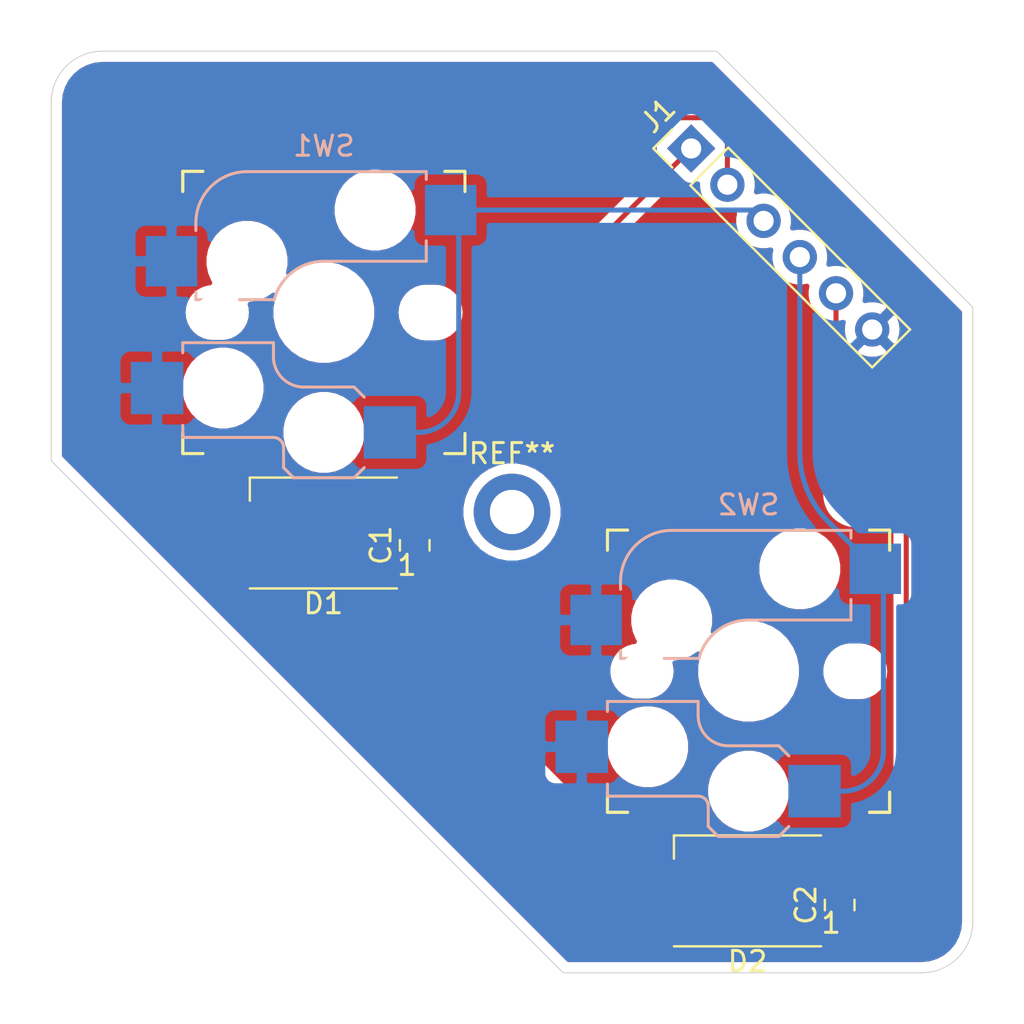
<source format=kicad_pcb>
(kicad_pcb (version 20171130) (host pcbnew 5.1.10)

  (general
    (thickness 1.6)
    (drawings 8)
    (tracks 291)
    (zones 0)
    (modules 8)
    (nets 8)
  )

  (page A4)
  (layers
    (0 F.Cu signal)
    (31 B.Cu signal hide)
    (32 B.Adhes user)
    (33 F.Adhes user)
    (34 B.Paste user)
    (35 F.Paste user)
    (36 B.SilkS user)
    (37 F.SilkS user)
    (38 B.Mask user)
    (39 F.Mask user)
    (40 Dwgs.User user)
    (41 Cmts.User user)
    (42 Eco1.User user)
    (43 Eco2.User user)
    (44 Edge.Cuts user)
    (45 Margin user)
    (46 B.CrtYd user)
    (47 F.CrtYd user)
    (48 B.Fab user)
    (49 F.Fab user)
  )

  (setup
    (last_trace_width 0.25)
    (trace_clearance 0.2)
    (zone_clearance 0.508)
    (zone_45_only no)
    (trace_min 0.2)
    (via_size 0.8)
    (via_drill 0.4)
    (via_min_size 0.4)
    (via_min_drill 0.3)
    (uvia_size 0.3)
    (uvia_drill 0.1)
    (uvias_allowed no)
    (uvia_min_size 0.2)
    (uvia_min_drill 0.1)
    (edge_width 0.05)
    (segment_width 0.2)
    (pcb_text_width 0.3)
    (pcb_text_size 1.5 1.5)
    (mod_edge_width 0.12)
    (mod_text_size 1 1)
    (mod_text_width 0.15)
    (pad_size 1.524 1.524)
    (pad_drill 0.762)
    (pad_to_mask_clearance 0)
    (aux_axis_origin 0 0)
    (visible_elements FFFFFF7F)
    (pcbplotparams
      (layerselection 0x010fc_ffffffff)
      (usegerberextensions false)
      (usegerberattributes true)
      (usegerberadvancedattributes true)
      (creategerberjobfile true)
      (excludeedgelayer true)
      (linewidth 0.100000)
      (plotframeref false)
      (viasonmask false)
      (mode 1)
      (useauxorigin false)
      (hpglpennumber 1)
      (hpglpenspeed 20)
      (hpglpendiameter 15.000000)
      (psnegative false)
      (psa4output false)
      (plotreference true)
      (plotvalue true)
      (plotinvisibletext false)
      (padsonsilk false)
      (subtractmaskfromsilk false)
      (outputformat 1)
      (mirror false)
      (drillshape 1)
      (scaleselection 1)
      (outputdirectory ""))
  )

  (net 0 "")
  (net 1 GND)
  (net 2 +5V)
  (net 3 LED_OUT)
  (net 4 LED_IN)
  (net 5 BTN_MODY)
  (net 6 BTN_MODX)
  (net 7 "Net-(D1-Pad2)")

  (net_class Default "This is the default net class."
    (clearance 0.2)
    (trace_width 0.25)
    (via_dia 0.8)
    (via_drill 0.4)
    (uvia_dia 0.3)
    (uvia_drill 0.1)
    (add_net +5V)
    (add_net BTN_MODX)
    (add_net BTN_MODY)
    (add_net GND)
    (add_net LED_IN)
    (add_net LED_OUT)
    (add_net "Net-(D1-Pad2)")
  )

  (module MountingHole:MountingHole_2.2mm_M2_DIN965_Pad (layer F.Cu) (tedit 56D1B4CB) (tstamp 6142E458)
    (at 144.78 93.98)
    (descr "Mounting Hole 2.2mm, M2, DIN965")
    (tags "mounting hole 2.2mm m2 din965")
    (attr virtual)
    (fp_text reference REF** (at 0 -2.9) (layer F.SilkS)
      (effects (font (size 1 1) (thickness 0.15)))
    )
    (fp_text value MountingHole_2.2mm_M2_DIN965_Pad (at 0 2.9) (layer F.Fab)
      (effects (font (size 1 1) (thickness 0.15)))
    )
    (fp_circle (center 0 0) (end 2.15 0) (layer F.CrtYd) (width 0.05))
    (fp_circle (center 0 0) (end 1.9 0) (layer Cmts.User) (width 0.15))
    (fp_text user %R (at 0.3 0) (layer F.Fab)
      (effects (font (size 1 1) (thickness 0.15)))
    )
    (pad 1 thru_hole circle (at 0 0) (size 3.8 3.8) (drill 2.2) (layers *.Cu *.Mask))
  )

  (module LED_SMD:LED_WS2812B_PLCC4_5.0x5.0mm_P3.2mm (layer F.Cu) (tedit 5AA4B285) (tstamp 6142D057)
    (at 156.464 112.776 180)
    (descr https://cdn-shop.adafruit.com/datasheets/WS2812B.pdf)
    (tags "LED RGB NeoPixel")
    (path /61460276)
    (attr smd)
    (fp_text reference D2 (at 0 -3.5) (layer F.SilkS)
      (effects (font (size 1 1) (thickness 0.15)))
    )
    (fp_text value WS2812B (at 0 4) (layer F.Fab)
      (effects (font (size 1 1) (thickness 0.15)))
    )
    (fp_circle (center 0 0) (end 0 -2) (layer F.Fab) (width 0.1))
    (fp_line (start 3.65 2.75) (end 3.65 1.6) (layer F.SilkS) (width 0.12))
    (fp_line (start -3.65 2.75) (end 3.65 2.75) (layer F.SilkS) (width 0.12))
    (fp_line (start -3.65 -2.75) (end 3.65 -2.75) (layer F.SilkS) (width 0.12))
    (fp_line (start 2.5 -2.5) (end -2.5 -2.5) (layer F.Fab) (width 0.1))
    (fp_line (start 2.5 2.5) (end 2.5 -2.5) (layer F.Fab) (width 0.1))
    (fp_line (start -2.5 2.5) (end 2.5 2.5) (layer F.Fab) (width 0.1))
    (fp_line (start -2.5 -2.5) (end -2.5 2.5) (layer F.Fab) (width 0.1))
    (fp_line (start 2.5 1.5) (end 1.5 2.5) (layer F.Fab) (width 0.1))
    (fp_line (start -3.45 -2.75) (end -3.45 2.75) (layer F.CrtYd) (width 0.05))
    (fp_line (start -3.45 2.75) (end 3.45 2.75) (layer F.CrtYd) (width 0.05))
    (fp_line (start 3.45 2.75) (end 3.45 -2.75) (layer F.CrtYd) (width 0.05))
    (fp_line (start 3.45 -2.75) (end -3.45 -2.75) (layer F.CrtYd) (width 0.05))
    (fp_text user %R (at 0 0) (layer F.Fab)
      (effects (font (size 0.8 0.8) (thickness 0.15)))
    )
    (fp_text user 1 (at -4.15 -1.6) (layer F.SilkS)
      (effects (font (size 1 1) (thickness 0.15)))
    )
    (pad 1 smd rect (at -2.45 -1.6 180) (size 1.5 1) (layers F.Cu F.Paste F.Mask)
      (net 2 +5V))
    (pad 2 smd rect (at -2.45 1.6 180) (size 1.5 1) (layers F.Cu F.Paste F.Mask)
      (net 3 LED_OUT))
    (pad 4 smd rect (at 2.45 -1.6 180) (size 1.5 1) (layers F.Cu F.Paste F.Mask)
      (net 7 "Net-(D1-Pad2)"))
    (pad 3 smd rect (at 2.45 1.6 180) (size 1.5 1) (layers F.Cu F.Paste F.Mask)
      (net 1 GND))
    (model ${KISYS3DMOD}/LED_SMD.3dshapes/LED_WS2812B_PLCC4_5.0x5.0mm_P3.2mm.wrl
      (at (xyz 0 0 0))
      (scale (xyz 1 1 1))
      (rotate (xyz 0 0 0))
    )
  )

  (module Capacitor_SMD:C_0805_2012Metric (layer F.Cu) (tedit 5F68FEEE) (tstamp 6142D546)
    (at 161.036 113.477001 90)
    (descr "Capacitor SMD 0805 (2012 Metric), square (rectangular) end terminal, IPC_7351 nominal, (Body size source: IPC-SM-782 page 76, https://www.pcb-3d.com/wordpress/wp-content/uploads/ipc-sm-782a_amendment_1_and_2.pdf, https://docs.google.com/spreadsheets/d/1BsfQQcO9C6DZCsRaXUlFlo91Tg2WpOkGARC1WS5S8t0/edit?usp=sharing), generated with kicad-footprint-generator")
    (tags capacitor)
    (path /6146448A)
    (attr smd)
    (fp_text reference C2 (at 0 -1.68 90) (layer F.SilkS)
      (effects (font (size 1 1) (thickness 0.15)))
    )
    (fp_text value C (at 0 1.68 90) (layer F.Fab)
      (effects (font (size 1 1) (thickness 0.15)))
    )
    (fp_line (start 1.7 0.98) (end -1.7 0.98) (layer F.CrtYd) (width 0.05))
    (fp_line (start 1.7 -0.98) (end 1.7 0.98) (layer F.CrtYd) (width 0.05))
    (fp_line (start -1.7 -0.98) (end 1.7 -0.98) (layer F.CrtYd) (width 0.05))
    (fp_line (start -1.7 0.98) (end -1.7 -0.98) (layer F.CrtYd) (width 0.05))
    (fp_line (start -0.261252 0.735) (end 0.261252 0.735) (layer F.SilkS) (width 0.12))
    (fp_line (start -0.261252 -0.735) (end 0.261252 -0.735) (layer F.SilkS) (width 0.12))
    (fp_line (start 1 0.625) (end -1 0.625) (layer F.Fab) (width 0.1))
    (fp_line (start 1 -0.625) (end 1 0.625) (layer F.Fab) (width 0.1))
    (fp_line (start -1 -0.625) (end 1 -0.625) (layer F.Fab) (width 0.1))
    (fp_line (start -1 0.625) (end -1 -0.625) (layer F.Fab) (width 0.1))
    (fp_text user %R (at 0 0 90) (layer F.Fab)
      (effects (font (size 0.5 0.5) (thickness 0.08)))
    )
    (pad 2 smd roundrect (at 0.95 0 90) (size 1 1.45) (layers F.Cu F.Paste F.Mask) (roundrect_rratio 0.25)
      (net 1 GND))
    (pad 1 smd roundrect (at -0.95 0 90) (size 1 1.45) (layers F.Cu F.Paste F.Mask) (roundrect_rratio 0.25)
      (net 2 +5V))
    (model ${KISYS3DMOD}/Capacitor_SMD.3dshapes/C_0805_2012Metric.wrl
      (at (xyz 0 0 0))
      (scale (xyz 1 1 1))
      (rotate (xyz 0 0 0))
    )
  )

  (module mx+choc_socket:MX+Choc_socket (layer F.Cu) (tedit 61118DAE) (tstamp 6142CC9C)
    (at 159.054999 96.798)
    (descr "MX-style and Choc-style keyswitch with Kailh socket mount")
    (tags MX,cherry,gateron,kailh,pg1511,socket,choc,hotswap)
    (path /61456F63)
    (attr smd)
    (fp_text reference SW2 (at -2.54 -3.175) (layer B.SilkS)
      (effects (font (size 1 1) (thickness 0.15)) (justify mirror))
    )
    (fp_text value SW_Push (at -2.54 13.335) (layer F.Fab)
      (effects (font (size 1 1) (thickness 0.15)))
    )
    (fp_line (start -9.54 -0.92) (end -9.54 -1.92) (layer F.SilkS) (width 0.15))
    (fp_line (start -9.54 12.08) (end -8.54 12.08) (layer F.SilkS) (width 0.15))
    (fp_line (start -8.54 -1.92) (end -9.54 -1.92) (layer F.SilkS) (width 0.15))
    (fp_line (start -9.54 12.08) (end -9.54 11.08) (layer F.SilkS) (width 0.15))
    (fp_line (start 4.46 11.08) (end 4.46 12.08) (layer F.SilkS) (width 0.15))
    (fp_line (start 4.46 -1.92) (end 3.46 -1.92) (layer F.SilkS) (width 0.15))
    (fp_line (start 3.46 12.08) (end 4.46 12.08) (layer F.SilkS) (width 0.15))
    (fp_line (start 4.46 -1.92) (end 4.46 -0.92) (layer F.SilkS) (width 0.15))
    (fp_line (start -9.44 11.98) (end 4.36 11.98) (layer Eco2.User) (width 0.15))
    (fp_line (start 4.36 -1.82) (end -9.44 -1.82) (layer Eco2.User) (width 0.15))
    (fp_line (start 4.36 -1.82) (end 4.36 11.98) (layer Eco2.User) (width 0.15))
    (fp_line (start -9.44 11.98) (end -9.44 -1.82) (layer Eco2.User) (width 0.15))
    (fp_line (start -10.04 -2.42) (end 4.96 -2.42) (layer F.Fab) (width 0.15))
    (fp_line (start 4.96 -2.42) (end 4.96 12.58) (layer F.Fab) (width 0.15))
    (fp_line (start 4.96 12.58) (end -10.04 12.58) (layer F.Fab) (width 0.15))
    (fp_line (start -10.04 12.58) (end -10.04 -2.42) (layer F.Fab) (width 0.15))
    (fp_line (start -8.89 4.064) (end -8.89 4.445) (layer B.SilkS) (width 0.15))
    (fp_line (start 2.54 1.524) (end 2.54 2.54) (layer B.SilkS) (width 0.15))
    (fp_line (start 2.54 2.54) (end -2.54 2.54) (layer B.SilkS) (width 0.15))
    (fp_line (start -5.004162 4.445) (end -6.731 4.445) (layer B.SilkS) (width 0.15))
    (fp_line (start -8.509 4.445) (end -8.89 4.445) (layer B.SilkS) (width 0.15))
    (fp_line (start -8.89 0.635) (end -8.89 1.016) (layer B.SilkS) (width 0.15))
    (fp_line (start -6.35 -1.905) (end 2.54 -1.905) (layer B.SilkS) (width 0.15))
    (fp_line (start 2.54 -1.905) (end 2.54 -1.524) (layer B.SilkS) (width 0.15))
    (fp_line (start -8.89 4.445) (end -5.08 4.445) (layer B.Fab) (width 0.12))
    (fp_line (start -8.89 4.445) (end -8.89 0.635) (layer B.Fab) (width 0.12))
    (fp_line (start -6.35 -1.905) (end 2.54 -1.905) (layer B.Fab) (width 0.12))
    (fp_line (start 2.54 -1.905) (end 2.54 2.54) (layer B.Fab) (width 0.12))
    (fp_line (start 2.54 2.54) (end -2.54 2.54) (layer B.Fab) (width 0.12))
    (fp_line (start 2.54 -1.27) (end 5.08 -1.27) (layer B.Fab) (width 0.12))
    (fp_line (start 5.08 -1.27) (end 5.08 1.27) (layer B.Fab) (width 0.12))
    (fp_line (start 5.08 1.27) (end 2.54 1.27) (layer B.Fab) (width 0.12))
    (fp_line (start -8.89 3.81) (end -11.43 3.81) (layer B.Fab) (width 0.12))
    (fp_line (start -11.43 3.81) (end -11.43 1.27) (layer B.Fab) (width 0.12))
    (fp_line (start -11.43 1.27) (end -8.89 1.27) (layer B.Fab) (width 0.12))
    (fp_line (start -9.54 -0.92) (end -9.54 -1.92) (layer F.SilkS) (width 0.15))
    (fp_line (start -9.54 12.08) (end -8.54 12.08) (layer F.SilkS) (width 0.15))
    (fp_line (start -8.54 -1.92) (end -9.54 -1.92) (layer F.SilkS) (width 0.15))
    (fp_line (start -9.54 12.08) (end -9.54 11.08) (layer F.SilkS) (width 0.15))
    (fp_line (start 4.46 11.08) (end 4.46 12.08) (layer F.SilkS) (width 0.15))
    (fp_line (start 4.46 12.08) (end 3.46 12.08) (layer F.SilkS) (width 0.15))
    (fp_line (start 3.46 12.08) (end 4.46 12.08) (layer F.SilkS) (width 0.15))
    (fp_line (start 4.46 -1.92) (end 4.46 -0.92) (layer F.SilkS) (width 0.15))
    (fp_line (start -9.44 11.98) (end 4.36 11.98) (layer Eco2.User) (width 0.15))
    (fp_line (start 4.36 -1.82) (end -9.44 -1.82) (layer Eco2.User) (width 0.15))
    (fp_line (start 4.36 -1.82) (end 4.36 11.98) (layer Eco2.User) (width 0.15))
    (fp_line (start -9.44 11.98) (end -9.44 -1.82) (layer Eco2.User) (width 0.15))
    (fp_line (start -10.04 -2.42) (end 4.96 -2.42) (layer F.Fab) (width 0.15))
    (fp_line (start 4.96 -2.42) (end 4.96 12.58) (layer F.Fab) (width 0.15))
    (fp_line (start 4.96 12.58) (end -10.04 12.58) (layer F.Fab) (width 0.15))
    (fp_line (start -10.04 12.58) (end -10.04 -2.42) (layer F.Fab) (width 0.15))
    (fp_line (start -9.54 10.68) (end -9.54 11.28) (layer B.SilkS) (width 0.15))
    (fp_line (start -1.04 8.78) (end -3.54 8.78) (layer B.SilkS) (width 0.15))
    (fp_line (start -4.04 13.28) (end -4.54 12.78) (layer B.SilkS) (width 0.15))
    (fp_line (start -4.54 11.78) (end -4.54 12.78) (layer B.SilkS) (width 0.15))
    (fp_line (start -9.54 11.28) (end -5.04 11.28) (layer B.SilkS) (width 0.15))
    (fp_line (start -0.54 9.28) (end -1.04 8.78) (layer B.SilkS) (width 0.15))
    (fp_line (start -0.54 12.78) (end -1.04 13.28) (layer B.SilkS) (width 0.15))
    (fp_line (start -1.04 13.28) (end -4.04 13.28) (layer B.SilkS) (width 0.15))
    (fp_line (start -5.04 7.28) (end -5.04 6.58) (layer B.SilkS) (width 0.15))
    (fp_line (start -5.04 6.58) (end -9.54 6.58) (layer B.SilkS) (width 0.15))
    (fp_line (start -9.54 6.58) (end -9.54 7.08) (layer B.SilkS) (width 0.15))
    (fp_line (start 4.46 -1.92) (end 3.46 -1.92) (layer F.SilkS) (width 0.15))
    (fp_line (start -1.04 13.28) (end -4.04 13.28) (layer B.Fab) (width 0.15))
    (fp_line (start -0.54 12.78) (end -1.04 13.28) (layer B.Fab) (width 0.15))
    (fp_line (start -1.04 8.78) (end -3.54 8.78) (layer B.Fab) (width 0.15))
    (fp_line (start -0.54 9.28) (end -1.04 8.78) (layer B.Fab) (width 0.15))
    (fp_line (start -9.54 11.28) (end -5.04 11.28) (layer B.Fab) (width 0.15))
    (fp_line (start -4.54 11.78) (end -4.54 12.78) (layer B.Fab) (width 0.15))
    (fp_line (start -4.04 13.28) (end -4.54 12.78) (layer B.Fab) (width 0.15))
    (fp_line (start -5.04 6.58) (end -9.54 6.58) (layer B.Fab) (width 0.15))
    (fp_line (start -5.04 7.28) (end -5.04 6.58) (layer B.Fab) (width 0.15))
    (fp_line (start -0.54 9.33) (end -0.54 12.78) (layer B.Fab) (width 0.12))
    (fp_line (start -9.54 6.58) (end -9.54 11.28) (layer B.Fab) (width 0.12))
    (fp_line (start -9.54 10.08) (end -12.04 10.08) (layer B.Fab) (width 0.12))
    (fp_line (start -12.04 10.08) (end -12.04 7.58) (layer B.Fab) (width 0.12))
    (fp_line (start -12.04 7.58) (end -9.54 7.58) (layer B.Fab) (width 0.12))
    (fp_line (start -0.54 9.83) (end 1.96 9.83) (layer B.Fab) (width 0.12))
    (fp_line (start 1.96 9.83) (end 1.96 12.33) (layer B.Fab) (width 0.12))
    (fp_line (start 1.96 12.33) (end -0.54 12.33) (layer B.Fab) (width 0.12))
    (fp_arc (start -3.54 7.28) (end -5.04 7.28) (angle -90) (layer B.Fab) (width 0.15))
    (fp_arc (start -5.04 11.78) (end -4.54 11.78) (angle -90) (layer B.Fab) (width 0.15))
    (fp_arc (start -5.04 11.78) (end -4.54 11.78) (angle -90) (layer B.SilkS) (width 0.15))
    (fp_arc (start -3.54 7.28) (end -5.04 7.28) (angle -90) (layer B.SilkS) (width 0.15))
    (fp_arc (start -2.54 5.08) (end -2.54 2.54) (angle -75.96375653) (layer B.Fab) (width 0.12))
    (fp_arc (start -6.35 0.635) (end -6.35 -1.905) (angle -90) (layer B.Fab) (width 0.12))
    (fp_arc (start -2.54 5.08) (end -2.54 2.54) (angle -75.96375653) (layer B.SilkS) (width 0.15))
    (fp_arc (start -6.35 0.635) (end -6.35 -1.905) (angle -90) (layer B.SilkS) (width 0.15))
    (pad "" np_thru_hole oval (at -7.82828 5.08508) (size 2.12 1.7) (drill oval 2.12 1.7) (layers *.Cu *.Mask))
    (pad "" np_thru_hole oval (at 2.75082 5.08508) (size 2.15 1.75) (drill oval 2.15 1.75) (layers *.Cu *.Mask))
    (pad 1 smd rect (at 0.735 11.03) (size 2.6 2.6) (layers B.Cu B.Paste B.Mask)
      (net 5 BTN_MODY))
    (pad "" np_thru_hole circle (at -7.54 8.83) (size 3 3) (drill 3) (layers *.Cu *.Mask))
    (pad "" np_thru_hole circle (at -2.54 11.03) (size 3 3) (drill 3) (layers *.Cu *.Mask))
    (pad 2 smd rect (at -10.815 8.83) (size 2.6 2.6) (layers B.Cu B.Paste B.Mask)
      (net 1 GND))
    (pad 2 smd rect (at -10.1 2.54) (size 2.55 2.5) (layers B.Cu B.Paste B.Mask)
      (net 1 GND))
    (pad "" np_thru_hole circle (at -2.54 5.08) (size 3.9878 3.9878) (drill 3.9878) (layers *.Cu *.Mask))
    (pad "" np_thru_hole circle (at -6.35 2.54) (size 3 3) (drill 3) (layers *.Cu *.Mask))
    (pad "" np_thru_hole circle (at 0 0) (size 3 3) (drill 3) (layers *.Cu *.Mask))
    (pad 1 smd rect (at 3.75 0) (size 2.55 2.5) (layers B.Cu B.Paste B.Mask)
      (net 5 BTN_MODY))
  )

  (module mx+choc_socket:MX+Choc_socket (layer F.Cu) (tedit 61118DAE) (tstamp 6142CC35)
    (at 137.986999 79.001)
    (descr "MX-style and Choc-style keyswitch with Kailh socket mount")
    (tags MX,cherry,gateron,kailh,pg1511,socket,choc,hotswap)
    (path /61456BE9)
    (attr smd)
    (fp_text reference SW1 (at -2.54 -3.175) (layer B.SilkS)
      (effects (font (size 1 1) (thickness 0.15)) (justify mirror))
    )
    (fp_text value SW_Push (at -2.54 13.335) (layer F.Fab)
      (effects (font (size 1 1) (thickness 0.15)))
    )
    (fp_line (start -9.54 -0.92) (end -9.54 -1.92) (layer F.SilkS) (width 0.15))
    (fp_line (start -9.54 12.08) (end -8.54 12.08) (layer F.SilkS) (width 0.15))
    (fp_line (start -8.54 -1.92) (end -9.54 -1.92) (layer F.SilkS) (width 0.15))
    (fp_line (start -9.54 12.08) (end -9.54 11.08) (layer F.SilkS) (width 0.15))
    (fp_line (start 4.46 11.08) (end 4.46 12.08) (layer F.SilkS) (width 0.15))
    (fp_line (start 4.46 -1.92) (end 3.46 -1.92) (layer F.SilkS) (width 0.15))
    (fp_line (start 3.46 12.08) (end 4.46 12.08) (layer F.SilkS) (width 0.15))
    (fp_line (start 4.46 -1.92) (end 4.46 -0.92) (layer F.SilkS) (width 0.15))
    (fp_line (start -9.44 11.98) (end 4.36 11.98) (layer Eco2.User) (width 0.15))
    (fp_line (start 4.36 -1.82) (end -9.44 -1.82) (layer Eco2.User) (width 0.15))
    (fp_line (start 4.36 -1.82) (end 4.36 11.98) (layer Eco2.User) (width 0.15))
    (fp_line (start -9.44 11.98) (end -9.44 -1.82) (layer Eco2.User) (width 0.15))
    (fp_line (start -10.04 -2.42) (end 4.96 -2.42) (layer F.Fab) (width 0.15))
    (fp_line (start 4.96 -2.42) (end 4.96 12.58) (layer F.Fab) (width 0.15))
    (fp_line (start 4.96 12.58) (end -10.04 12.58) (layer F.Fab) (width 0.15))
    (fp_line (start -10.04 12.58) (end -10.04 -2.42) (layer F.Fab) (width 0.15))
    (fp_line (start -8.89 4.064) (end -8.89 4.445) (layer B.SilkS) (width 0.15))
    (fp_line (start 2.54 1.524) (end 2.54 2.54) (layer B.SilkS) (width 0.15))
    (fp_line (start 2.54 2.54) (end -2.54 2.54) (layer B.SilkS) (width 0.15))
    (fp_line (start -5.004162 4.445) (end -6.731 4.445) (layer B.SilkS) (width 0.15))
    (fp_line (start -8.509 4.445) (end -8.89 4.445) (layer B.SilkS) (width 0.15))
    (fp_line (start -8.89 0.635) (end -8.89 1.016) (layer B.SilkS) (width 0.15))
    (fp_line (start -6.35 -1.905) (end 2.54 -1.905) (layer B.SilkS) (width 0.15))
    (fp_line (start 2.54 -1.905) (end 2.54 -1.524) (layer B.SilkS) (width 0.15))
    (fp_line (start -8.89 4.445) (end -5.08 4.445) (layer B.Fab) (width 0.12))
    (fp_line (start -8.89 4.445) (end -8.89 0.635) (layer B.Fab) (width 0.12))
    (fp_line (start -6.35 -1.905) (end 2.54 -1.905) (layer B.Fab) (width 0.12))
    (fp_line (start 2.54 -1.905) (end 2.54 2.54) (layer B.Fab) (width 0.12))
    (fp_line (start 2.54 2.54) (end -2.54 2.54) (layer B.Fab) (width 0.12))
    (fp_line (start 2.54 -1.27) (end 5.08 -1.27) (layer B.Fab) (width 0.12))
    (fp_line (start 5.08 -1.27) (end 5.08 1.27) (layer B.Fab) (width 0.12))
    (fp_line (start 5.08 1.27) (end 2.54 1.27) (layer B.Fab) (width 0.12))
    (fp_line (start -8.89 3.81) (end -11.43 3.81) (layer B.Fab) (width 0.12))
    (fp_line (start -11.43 3.81) (end -11.43 1.27) (layer B.Fab) (width 0.12))
    (fp_line (start -11.43 1.27) (end -8.89 1.27) (layer B.Fab) (width 0.12))
    (fp_line (start -9.54 -0.92) (end -9.54 -1.92) (layer F.SilkS) (width 0.15))
    (fp_line (start -9.54 12.08) (end -8.54 12.08) (layer F.SilkS) (width 0.15))
    (fp_line (start -8.54 -1.92) (end -9.54 -1.92) (layer F.SilkS) (width 0.15))
    (fp_line (start -9.54 12.08) (end -9.54 11.08) (layer F.SilkS) (width 0.15))
    (fp_line (start 4.46 11.08) (end 4.46 12.08) (layer F.SilkS) (width 0.15))
    (fp_line (start 4.46 12.08) (end 3.46 12.08) (layer F.SilkS) (width 0.15))
    (fp_line (start 3.46 12.08) (end 4.46 12.08) (layer F.SilkS) (width 0.15))
    (fp_line (start 4.46 -1.92) (end 4.46 -0.92) (layer F.SilkS) (width 0.15))
    (fp_line (start -9.44 11.98) (end 4.36 11.98) (layer Eco2.User) (width 0.15))
    (fp_line (start 4.36 -1.82) (end -9.44 -1.82) (layer Eco2.User) (width 0.15))
    (fp_line (start 4.36 -1.82) (end 4.36 11.98) (layer Eco2.User) (width 0.15))
    (fp_line (start -9.44 11.98) (end -9.44 -1.82) (layer Eco2.User) (width 0.15))
    (fp_line (start -10.04 -2.42) (end 4.96 -2.42) (layer F.Fab) (width 0.15))
    (fp_line (start 4.96 -2.42) (end 4.96 12.58) (layer F.Fab) (width 0.15))
    (fp_line (start 4.96 12.58) (end -10.04 12.58) (layer F.Fab) (width 0.15))
    (fp_line (start -10.04 12.58) (end -10.04 -2.42) (layer F.Fab) (width 0.15))
    (fp_line (start -9.54 10.68) (end -9.54 11.28) (layer B.SilkS) (width 0.15))
    (fp_line (start -1.04 8.78) (end -3.54 8.78) (layer B.SilkS) (width 0.15))
    (fp_line (start -4.04 13.28) (end -4.54 12.78) (layer B.SilkS) (width 0.15))
    (fp_line (start -4.54 11.78) (end -4.54 12.78) (layer B.SilkS) (width 0.15))
    (fp_line (start -9.54 11.28) (end -5.04 11.28) (layer B.SilkS) (width 0.15))
    (fp_line (start -0.54 9.28) (end -1.04 8.78) (layer B.SilkS) (width 0.15))
    (fp_line (start -0.54 12.78) (end -1.04 13.28) (layer B.SilkS) (width 0.15))
    (fp_line (start -1.04 13.28) (end -4.04 13.28) (layer B.SilkS) (width 0.15))
    (fp_line (start -5.04 7.28) (end -5.04 6.58) (layer B.SilkS) (width 0.15))
    (fp_line (start -5.04 6.58) (end -9.54 6.58) (layer B.SilkS) (width 0.15))
    (fp_line (start -9.54 6.58) (end -9.54 7.08) (layer B.SilkS) (width 0.15))
    (fp_line (start 4.46 -1.92) (end 3.46 -1.92) (layer F.SilkS) (width 0.15))
    (fp_line (start -1.04 13.28) (end -4.04 13.28) (layer B.Fab) (width 0.15))
    (fp_line (start -0.54 12.78) (end -1.04 13.28) (layer B.Fab) (width 0.15))
    (fp_line (start -1.04 8.78) (end -3.54 8.78) (layer B.Fab) (width 0.15))
    (fp_line (start -0.54 9.28) (end -1.04 8.78) (layer B.Fab) (width 0.15))
    (fp_line (start -9.54 11.28) (end -5.04 11.28) (layer B.Fab) (width 0.15))
    (fp_line (start -4.54 11.78) (end -4.54 12.78) (layer B.Fab) (width 0.15))
    (fp_line (start -4.04 13.28) (end -4.54 12.78) (layer B.Fab) (width 0.15))
    (fp_line (start -5.04 6.58) (end -9.54 6.58) (layer B.Fab) (width 0.15))
    (fp_line (start -5.04 7.28) (end -5.04 6.58) (layer B.Fab) (width 0.15))
    (fp_line (start -0.54 9.33) (end -0.54 12.78) (layer B.Fab) (width 0.12))
    (fp_line (start -9.54 6.58) (end -9.54 11.28) (layer B.Fab) (width 0.12))
    (fp_line (start -9.54 10.08) (end -12.04 10.08) (layer B.Fab) (width 0.12))
    (fp_line (start -12.04 10.08) (end -12.04 7.58) (layer B.Fab) (width 0.12))
    (fp_line (start -12.04 7.58) (end -9.54 7.58) (layer B.Fab) (width 0.12))
    (fp_line (start -0.54 9.83) (end 1.96 9.83) (layer B.Fab) (width 0.12))
    (fp_line (start 1.96 9.83) (end 1.96 12.33) (layer B.Fab) (width 0.12))
    (fp_line (start 1.96 12.33) (end -0.54 12.33) (layer B.Fab) (width 0.12))
    (fp_arc (start -3.54 7.28) (end -5.04 7.28) (angle -90) (layer B.Fab) (width 0.15))
    (fp_arc (start -5.04 11.78) (end -4.54 11.78) (angle -90) (layer B.Fab) (width 0.15))
    (fp_arc (start -5.04 11.78) (end -4.54 11.78) (angle -90) (layer B.SilkS) (width 0.15))
    (fp_arc (start -3.54 7.28) (end -5.04 7.28) (angle -90) (layer B.SilkS) (width 0.15))
    (fp_arc (start -2.54 5.08) (end -2.54 2.54) (angle -75.96375653) (layer B.Fab) (width 0.12))
    (fp_arc (start -6.35 0.635) (end -6.35 -1.905) (angle -90) (layer B.Fab) (width 0.12))
    (fp_arc (start -2.54 5.08) (end -2.54 2.54) (angle -75.96375653) (layer B.SilkS) (width 0.15))
    (fp_arc (start -6.35 0.635) (end -6.35 -1.905) (angle -90) (layer B.SilkS) (width 0.15))
    (pad "" np_thru_hole oval (at -7.82828 5.08508) (size 2.12 1.7) (drill oval 2.12 1.7) (layers *.Cu *.Mask))
    (pad "" np_thru_hole oval (at 2.75082 5.08508) (size 2.15 1.75) (drill oval 2.15 1.75) (layers *.Cu *.Mask))
    (pad 1 smd rect (at 0.735 11.03) (size 2.6 2.6) (layers B.Cu B.Paste B.Mask)
      (net 6 BTN_MODX))
    (pad "" np_thru_hole circle (at -7.54 8.83) (size 3 3) (drill 3) (layers *.Cu *.Mask))
    (pad "" np_thru_hole circle (at -2.54 11.03) (size 3 3) (drill 3) (layers *.Cu *.Mask))
    (pad 2 smd rect (at -10.815 8.83) (size 2.6 2.6) (layers B.Cu B.Paste B.Mask)
      (net 1 GND))
    (pad 2 smd rect (at -10.1 2.54) (size 2.55 2.5) (layers B.Cu B.Paste B.Mask)
      (net 1 GND))
    (pad "" np_thru_hole circle (at -2.54 5.08) (size 3.9878 3.9878) (drill 3.9878) (layers *.Cu *.Mask))
    (pad "" np_thru_hole circle (at -6.35 2.54) (size 3 3) (drill 3) (layers *.Cu *.Mask))
    (pad "" np_thru_hole circle (at 0 0) (size 3 3) (drill 3) (layers *.Cu *.Mask))
    (pad 1 smd rect (at 3.75 0) (size 2.55 2.5) (layers B.Cu B.Paste B.Mask)
      (net 6 BTN_MODX))
  )

  (module Connector_PinHeader_2.54mm:PinHeader_1x06_P2.54mm_Vertical (layer F.Cu) (tedit 59FED5CC) (tstamp 6142CBCE)
    (at 153.67 75.946 45)
    (descr "Through hole straight pin header, 1x06, 2.54mm pitch, single row")
    (tags "Through hole pin header THT 1x06 2.54mm single row")
    (path /61454C07)
    (fp_text reference J1 (at 0 -2.33 45) (layer F.SilkS)
      (effects (font (size 1 1) (thickness 0.15)))
    )
    (fp_text value Conn_01x06 (at 0 15.03 45) (layer F.Fab)
      (effects (font (size 1 1) (thickness 0.15)))
    )
    (fp_line (start 1.8 -1.8) (end -1.8 -1.8) (layer F.CrtYd) (width 0.05))
    (fp_line (start 1.8 14.5) (end 1.8 -1.8) (layer F.CrtYd) (width 0.05))
    (fp_line (start -1.8 14.5) (end 1.8 14.5) (layer F.CrtYd) (width 0.05))
    (fp_line (start -1.8 -1.8) (end -1.8 14.5) (layer F.CrtYd) (width 0.05))
    (fp_line (start -1.33 -1.33) (end 0 -1.33) (layer F.SilkS) (width 0.12))
    (fp_line (start -1.33 0) (end -1.33 -1.33) (layer F.SilkS) (width 0.12))
    (fp_line (start -1.33 1.27) (end 1.33 1.27) (layer F.SilkS) (width 0.12))
    (fp_line (start 1.33 1.27) (end 1.33 14.03) (layer F.SilkS) (width 0.12))
    (fp_line (start -1.33 1.27) (end -1.33 14.03) (layer F.SilkS) (width 0.12))
    (fp_line (start -1.33 14.03) (end 1.33 14.03) (layer F.SilkS) (width 0.12))
    (fp_line (start -1.27 -0.635) (end -0.635 -1.27) (layer F.Fab) (width 0.1))
    (fp_line (start -1.27 13.97) (end -1.27 -0.635) (layer F.Fab) (width 0.1))
    (fp_line (start 1.27 13.97) (end -1.27 13.97) (layer F.Fab) (width 0.1))
    (fp_line (start 1.27 -1.27) (end 1.27 13.97) (layer F.Fab) (width 0.1))
    (fp_line (start -0.635 -1.27) (end 1.27 -1.27) (layer F.Fab) (width 0.1))
    (fp_text user %R (at 0 6.35 135) (layer F.Fab)
      (effects (font (size 1 1) (thickness 0.15)))
    )
    (pad 6 thru_hole oval (at 0 12.7 45) (size 1.7 1.7) (drill 1) (layers *.Cu *.Mask)
      (net 1 GND))
    (pad 5 thru_hole oval (at 0 10.16 45) (size 1.7 1.7) (drill 1) (layers *.Cu *.Mask)
      (net 3 LED_OUT))
    (pad 4 thru_hole oval (at 0 7.62 45) (size 1.7 1.7) (drill 1) (layers *.Cu *.Mask)
      (net 5 BTN_MODY))
    (pad 3 thru_hole oval (at 0 5.08 45) (size 1.7 1.7) (drill 1) (layers *.Cu *.Mask)
      (net 6 BTN_MODX))
    (pad 2 thru_hole oval (at 0 2.54 45) (size 1.7 1.7) (drill 1) (layers *.Cu *.Mask)
      (net 4 LED_IN))
    (pad 1 thru_hole rect (at 0 0 45) (size 1.7 1.7) (drill 1) (layers *.Cu *.Mask)
      (net 2 +5V))
    (model ${KISYS3DMOD}/Connector_PinHeader_2.54mm.3dshapes/PinHeader_1x06_P2.54mm_Vertical.wrl
      (at (xyz 0 0 0))
      (scale (xyz 1 1 1))
      (rotate (xyz 0 0 0))
    )
  )

  (module LED_SMD:LED_WS2812B_PLCC4_5.0x5.0mm_P3.2mm (layer F.Cu) (tedit 5AA4B285) (tstamp 6142CBB4)
    (at 135.424 95.023 180)
    (descr https://cdn-shop.adafruit.com/datasheets/WS2812B.pdf)
    (tags "LED RGB NeoPixel")
    (path /614575D7)
    (attr smd)
    (fp_text reference D1 (at 0 -3.5) (layer F.SilkS)
      (effects (font (size 1 1) (thickness 0.15)))
    )
    (fp_text value WS2812B (at 0 4) (layer F.Fab)
      (effects (font (size 1 1) (thickness 0.15)))
    )
    (fp_circle (center 0 0) (end 0 -2) (layer F.Fab) (width 0.1))
    (fp_line (start 3.65 2.75) (end 3.65 1.6) (layer F.SilkS) (width 0.12))
    (fp_line (start -3.65 2.75) (end 3.65 2.75) (layer F.SilkS) (width 0.12))
    (fp_line (start -3.65 -2.75) (end 3.65 -2.75) (layer F.SilkS) (width 0.12))
    (fp_line (start 2.5 -2.5) (end -2.5 -2.5) (layer F.Fab) (width 0.1))
    (fp_line (start 2.5 2.5) (end 2.5 -2.5) (layer F.Fab) (width 0.1))
    (fp_line (start -2.5 2.5) (end 2.5 2.5) (layer F.Fab) (width 0.1))
    (fp_line (start -2.5 -2.5) (end -2.5 2.5) (layer F.Fab) (width 0.1))
    (fp_line (start 2.5 1.5) (end 1.5 2.5) (layer F.Fab) (width 0.1))
    (fp_line (start -3.45 -2.75) (end -3.45 2.75) (layer F.CrtYd) (width 0.05))
    (fp_line (start -3.45 2.75) (end 3.45 2.75) (layer F.CrtYd) (width 0.05))
    (fp_line (start 3.45 2.75) (end 3.45 -2.75) (layer F.CrtYd) (width 0.05))
    (fp_line (start 3.45 -2.75) (end -3.45 -2.75) (layer F.CrtYd) (width 0.05))
    (fp_text user %R (at 0 0) (layer F.Fab)
      (effects (font (size 0.8 0.8) (thickness 0.15)))
    )
    (fp_text user 1 (at -4.15 -1.6) (layer F.SilkS)
      (effects (font (size 1 1) (thickness 0.15)))
    )
    (pad 1 smd rect (at -2.45 -1.6 180) (size 1.5 1) (layers F.Cu F.Paste F.Mask)
      (net 2 +5V))
    (pad 2 smd rect (at -2.45 1.6 180) (size 1.5 1) (layers F.Cu F.Paste F.Mask)
      (net 7 "Net-(D1-Pad2)"))
    (pad 4 smd rect (at 2.45 -1.6 180) (size 1.5 1) (layers F.Cu F.Paste F.Mask)
      (net 4 LED_IN))
    (pad 3 smd rect (at 2.45 1.6 180) (size 1.5 1) (layers F.Cu F.Paste F.Mask)
      (net 1 GND))
    (model ${KISYS3DMOD}/LED_SMD.3dshapes/LED_WS2812B_PLCC4_5.0x5.0mm_P3.2mm.wrl
      (at (xyz 0 0 0))
      (scale (xyz 1 1 1))
      (rotate (xyz 0 0 0))
    )
  )

  (module Capacitor_SMD:C_0805_2012Metric (layer F.Cu) (tedit 5F68FEEE) (tstamp 6142CB9D)
    (at 139.954 95.631 90)
    (descr "Capacitor SMD 0805 (2012 Metric), square (rectangular) end terminal, IPC_7351 nominal, (Body size source: IPC-SM-782 page 76, https://www.pcb-3d.com/wordpress/wp-content/uploads/ipc-sm-782a_amendment_1_and_2.pdf, https://docs.google.com/spreadsheets/d/1BsfQQcO9C6DZCsRaXUlFlo91Tg2WpOkGARC1WS5S8t0/edit?usp=sharing), generated with kicad-footprint-generator")
    (tags capacitor)
    (path /61458086)
    (attr smd)
    (fp_text reference C1 (at 0 -1.68 90) (layer F.SilkS)
      (effects (font (size 1 1) (thickness 0.15)))
    )
    (fp_text value C (at 0 1.68 90) (layer F.Fab)
      (effects (font (size 1 1) (thickness 0.15)))
    )
    (fp_line (start 1.7 0.98) (end -1.7 0.98) (layer F.CrtYd) (width 0.05))
    (fp_line (start 1.7 -0.98) (end 1.7 0.98) (layer F.CrtYd) (width 0.05))
    (fp_line (start -1.7 -0.98) (end 1.7 -0.98) (layer F.CrtYd) (width 0.05))
    (fp_line (start -1.7 0.98) (end -1.7 -0.98) (layer F.CrtYd) (width 0.05))
    (fp_line (start -0.261252 0.735) (end 0.261252 0.735) (layer F.SilkS) (width 0.12))
    (fp_line (start -0.261252 -0.735) (end 0.261252 -0.735) (layer F.SilkS) (width 0.12))
    (fp_line (start 1 0.625) (end -1 0.625) (layer F.Fab) (width 0.1))
    (fp_line (start 1 -0.625) (end 1 0.625) (layer F.Fab) (width 0.1))
    (fp_line (start -1 -0.625) (end 1 -0.625) (layer F.Fab) (width 0.1))
    (fp_line (start -1 0.625) (end -1 -0.625) (layer F.Fab) (width 0.1))
    (fp_text user %R (at 0 0 90) (layer F.Fab)
      (effects (font (size 0.5 0.5) (thickness 0.08)))
    )
    (pad 2 smd roundrect (at 0.95 0 90) (size 1 1.45) (layers F.Cu F.Paste F.Mask) (roundrect_rratio 0.25)
      (net 1 GND))
    (pad 1 smd roundrect (at -0.95 0 90) (size 1 1.45) (layers F.Cu F.Paste F.Mask) (roundrect_rratio 0.25)
      (net 2 +5V))
    (model ${KISYS3DMOD}/Capacitor_SMD.3dshapes/C_0805_2012Metric.wrl
      (at (xyz 0 0 0))
      (scale (xyz 1 1 1))
      (rotate (xyz 0 0 0))
    )
  )

  (gr_arc (start 165.1 114.3) (end 165.1 116.84) (angle -90) (layer Edge.Cuts) (width 0.05))
  (gr_arc (start 124.46 73.66) (end 124.46 71.12) (angle -90) (layer Edge.Cuts) (width 0.05))
  (gr_line (start 167.64 83.82) (end 167.64 114.3) (layer Edge.Cuts) (width 0.05) (tstamp 6142DB96))
  (gr_line (start 154.94 71.12) (end 124.46 71.12) (layer Edge.Cuts) (width 0.05) (tstamp 6142DB95))
  (gr_line (start 154.94 71.12) (end 167.64 83.82) (layer Edge.Cuts) (width 0.05))
  (gr_line (start 121.92 91.44) (end 121.92 73.66) (layer Edge.Cuts) (width 0.05) (tstamp 6142DB89))
  (gr_line (start 147.32 116.84) (end 121.92 91.44) (layer Edge.Cuts) (width 0.05))
  (gr_line (start 165.1 116.84) (end 147.32 116.84) (layer Edge.Cuts) (width 0.05))

  (segment (start 160.984999 114.376) (end 161.036 114.427001) (width 0.25) (layer F.Cu) (net 2))
  (segment (start 158.914 114.376) (end 160.984999 114.376) (width 0.25) (layer F.Cu) (net 2))
  (segment (start 137.916 96.581) (end 137.874 96.623) (width 0.25) (layer F.Cu) (net 2))
  (segment (start 139.954 96.581) (end 137.916 96.581) (width 0.25) (layer F.Cu) (net 2))
  (segment (start 141.412 96.581) (end 139.954 96.581) (width 0.25) (layer F.Cu) (net 2))
  (segment (start 157.314 112.776) (end 158.914 114.376) (width 0.25) (layer F.Cu) (net 2))
  (segment (start 146.082 96.581) (end 141.412 96.581) (width 0.25) (layer F.Cu) (net 2))
  (segment (start 146.082 96.581) (end 146.278034 96.571369) (width 0.25) (layer F.Cu) (net 2) (tstamp B6))
  (segment (start 146.278034 96.571369) (end 146.47218 96.54257) (width 0.25) (layer F.Cu) (net 2) (tstamp B6))
  (segment (start 146.47218 96.54257) (end 146.662569 96.49488) (width 0.25) (layer F.Cu) (net 2) (tstamp B6))
  (segment (start 146.662569 96.49488) (end 146.847366 96.428759) (width 0.25) (layer F.Cu) (net 2) (tstamp B6))
  (segment (start 146.847366 96.428759) (end 147.024793 96.344842) (width 0.25) (layer F.Cu) (net 2) (tstamp B6))
  (segment (start 147.024793 96.344842) (end 147.19314 96.243939) (width 0.25) (layer F.Cu) (net 2) (tstamp B6))
  (segment (start 147.19314 96.243939) (end 147.350786 96.12702) (width 0.25) (layer F.Cu) (net 2) (tstamp B6))
  (segment (start 147.350786 96.12702) (end 147.496213 95.995213) (width 0.25) (layer F.Cu) (net 2) (tstamp B6))
  (segment (start 147.496213 95.995213) (end 147.62802 95.849786) (width 0.25) (layer F.Cu) (net 2) (tstamp B6))
  (segment (start 147.62802 95.849786) (end 147.744939 95.69214) (width 0.25) (layer F.Cu) (net 2) (tstamp B6))
  (segment (start 147.744939 95.69214) (end 147.845842 95.523793) (width 0.25) (layer F.Cu) (net 2) (tstamp B6))
  (segment (start 147.845842 95.523793) (end 147.929759 95.346366) (width 0.25) (layer F.Cu) (net 2) (tstamp B6))
  (segment (start 147.929759 95.346366) (end 147.99588 95.161569) (width 0.25) (layer F.Cu) (net 2) (tstamp B6))
  (segment (start 147.99588 95.161569) (end 148.04357 94.97118) (width 0.25) (layer F.Cu) (net 2) (tstamp B6))
  (segment (start 148.04357 94.97118) (end 148.072369 94.777034) (width 0.25) (layer F.Cu) (net 2) (tstamp B6))
  (segment (start 148.072369 94.777034) (end 148.082 94.581) (width 0.25) (layer F.Cu) (net 2) (tstamp B6))
  (segment (start 142.826213 103.837213) (end 142.662797 103.665573) (width 0.25) (layer F.Cu) (net 2) (tstamp B6))
  (segment (start 142.662797 103.665573) (end 142.508001 103.486121) (width 0.25) (layer F.Cu) (net 2) (tstamp B6))
  (segment (start 142.508001 103.486121) (end 142.362196 103.29929) (width 0.25) (layer F.Cu) (net 2) (tstamp B6))
  (segment (start 142.362196 103.29929) (end 142.225735 103.10553) (width 0.25) (layer F.Cu) (net 2) (tstamp B6))
  (segment (start 142.225735 103.10553) (end 142.098945 102.905307) (width 0.25) (layer F.Cu) (net 2) (tstamp B6))
  (segment (start 142.098945 102.905307) (end 141.982133 102.699104) (width 0.25) (layer F.Cu) (net 2) (tstamp B6))
  (segment (start 141.982133 102.699104) (end 141.875579 102.487418) (width 0.25) (layer F.Cu) (net 2) (tstamp B6))
  (segment (start 141.875579 102.487418) (end 141.77954 102.270759) (width 0.25) (layer F.Cu) (net 2) (tstamp B6))
  (segment (start 141.77954 102.270759) (end 141.694248 102.049648) (width 0.25) (layer F.Cu) (net 2) (tstamp B6))
  (segment (start 141.694248 102.049648) (end 141.619909 101.824618) (width 0.25) (layer F.Cu) (net 2) (tstamp B6))
  (segment (start 141.619909 101.824618) (end 141.5567 101.596212) (width 0.25) (layer F.Cu) (net 2) (tstamp B6))
  (segment (start 141.5567 101.596212) (end 141.504775 101.364979) (width 0.25) (layer F.Cu) (net 2) (tstamp B6))
  (segment (start 141.504775 101.364979) (end 141.464259 101.131477) (width 0.25) (layer F.Cu) (net 2) (tstamp B6))
  (segment (start 141.464259 101.131477) (end 141.435248 100.896268) (width 0.25) (layer F.Cu) (net 2) (tstamp B6))
  (segment (start 141.435248 100.896268) (end 141.417814 100.659919) (width 0.25) (layer F.Cu) (net 2) (tstamp B6))
  (segment (start 141.417814 100.659919) (end 141.412 100.423) (width 0.25) (layer F.Cu) (net 2) (tstamp B6))
  (segment (start 141.412 100.423) (end 141.412 96.581) (width 0.25) (layer F.Cu) (net 2))
  (segment (start 153.765 112.776) (end 157.314 112.776) (width 0.25) (layer F.Cu) (net 2))
  (segment (start 153.765 112.776) (end 153.52808 112.770183) (width 0.25) (layer F.Cu) (net 2) (tstamp B6))
  (segment (start 153.52808 112.770183) (end 153.291731 112.752749) (width 0.25) (layer F.Cu) (net 2) (tstamp B6))
  (segment (start 153.291731 112.752749) (end 153.056522 112.723739) (width 0.25) (layer F.Cu) (net 2) (tstamp B6))
  (segment (start 153.056522 112.723739) (end 152.82302 112.683223) (width 0.25) (layer F.Cu) (net 2) (tstamp B6))
  (segment (start 152.82302 112.683223) (end 152.591787 112.631298) (width 0.25) (layer F.Cu) (net 2) (tstamp B6))
  (segment (start 152.591787 112.631298) (end 152.363381 112.568089) (width 0.25) (layer F.Cu) (net 2) (tstamp B6))
  (segment (start 152.363381 112.568089) (end 152.138351 112.493749) (width 0.25) (layer F.Cu) (net 2) (tstamp B6))
  (segment (start 152.138351 112.493749) (end 151.91724 112.408457) (width 0.25) (layer F.Cu) (net 2) (tstamp B6))
  (segment (start 151.91724 112.408457) (end 151.700581 112.312419) (width 0.25) (layer F.Cu) (net 2) (tstamp B6))
  (segment (start 151.700581 112.312419) (end 151.488894 112.205865) (width 0.25) (layer F.Cu) (net 2) (tstamp B6))
  (segment (start 151.488894 112.205865) (end 151.282691 112.089052) (width 0.25) (layer F.Cu) (net 2) (tstamp B6))
  (segment (start 151.282691 112.089052) (end 151.082469 111.962263) (width 0.25) (layer F.Cu) (net 2) (tstamp B6))
  (segment (start 151.082469 111.962263) (end 150.888708 111.825801) (width 0.25) (layer F.Cu) (net 2) (tstamp B6))
  (segment (start 150.888708 111.825801) (end 150.701877 111.679997) (width 0.25) (layer F.Cu) (net 2) (tstamp B6))
  (segment (start 150.701877 111.679997) (end 150.522425 111.525201) (width 0.25) (layer F.Cu) (net 2) (tstamp B6))
  (segment (start 150.522425 111.525201) (end 150.350786 111.361786) (width 0.25) (layer F.Cu) (net 2) (tstamp B6))
  (segment (start 150.350786 111.361786) (end 142.826213 103.837213) (width 0.25) (layer F.Cu) (net 2))
  (segment (start 149.496213 80.119783) (end 153.67 75.946) (width 0.25) (layer F.Cu) (net 2))
  (segment (start 149.496213 80.119783) (end 149.332797 80.291422) (width 0.25) (layer F.Cu) (net 2) (tstamp B6))
  (segment (start 149.332797 80.291422) (end 149.178001 80.470874) (width 0.25) (layer F.Cu) (net 2) (tstamp B6))
  (segment (start 149.178001 80.470874) (end 149.032197 80.657705) (width 0.25) (layer F.Cu) (net 2) (tstamp B6))
  (segment (start 149.032197 80.657705) (end 148.895736 80.851466) (width 0.25) (layer F.Cu) (net 2) (tstamp B6))
  (segment (start 148.895736 80.851466) (end 148.768946 81.051689) (width 0.25) (layer F.Cu) (net 2) (tstamp B6))
  (segment (start 148.768946 81.051689) (end 148.652133 81.257891) (width 0.25) (layer F.Cu) (net 2) (tstamp B6))
  (segment (start 148.652133 81.257891) (end 148.54558 81.469578) (width 0.25) (layer F.Cu) (net 2) (tstamp B6))
  (segment (start 148.54558 81.469578) (end 148.449541 81.686237) (width 0.25) (layer F.Cu) (net 2) (tstamp B6))
  (segment (start 148.449541 81.686237) (end 148.364249 81.907348) (width 0.25) (layer F.Cu) (net 2) (tstamp B6))
  (segment (start 148.364249 81.907348) (end 148.289909 82.132378) (width 0.25) (layer F.Cu) (net 2) (tstamp B6))
  (segment (start 148.289909 82.132378) (end 148.226701 82.360784) (width 0.25) (layer F.Cu) (net 2) (tstamp B6))
  (segment (start 148.226701 82.360784) (end 148.174776 82.592017) (width 0.25) (layer F.Cu) (net 2) (tstamp B6))
  (segment (start 148.174776 82.592017) (end 148.134259 82.825519) (width 0.25) (layer F.Cu) (net 2) (tstamp B6))
  (segment (start 148.134259 82.825519) (end 148.105249 83.060728) (width 0.25) (layer F.Cu) (net 2) (tstamp B6))
  (segment (start 148.105249 83.060728) (end 148.087815 83.297077) (width 0.25) (layer F.Cu) (net 2) (tstamp B6))
  (segment (start 148.087815 83.297077) (end 148.082 83.533997) (width 0.25) (layer F.Cu) (net 2) (tstamp B6))
  (segment (start 148.082 83.533997) (end 148.082 94.581) (width 0.25) (layer F.Cu) (net 2))
  (segment (start 162.338 111.176) (end 158.914 111.176) (width 0.25) (layer F.Cu) (net 3))
  (segment (start 162.338 111.176) (end 162.534034 111.166369) (width 0.25) (layer F.Cu) (net 3) (tstamp 22C))
  (segment (start 162.534034 111.166369) (end 162.72818 111.13757) (width 0.25) (layer F.Cu) (net 3) (tstamp 22C))
  (segment (start 162.72818 111.13757) (end 162.918569 111.08988) (width 0.25) (layer F.Cu) (net 3) (tstamp 22C))
  (segment (start 162.918569 111.08988) (end 163.103366 111.023759) (width 0.25) (layer F.Cu) (net 3) (tstamp 22C))
  (segment (start 163.103366 111.023759) (end 163.280793 110.939842) (width 0.25) (layer F.Cu) (net 3) (tstamp 22C))
  (segment (start 163.280793 110.939842) (end 163.44914 110.838939) (width 0.25) (layer F.Cu) (net 3) (tstamp 22C))
  (segment (start 163.44914 110.838939) (end 163.606786 110.72202) (width 0.25) (layer F.Cu) (net 3) (tstamp 22C))
  (segment (start 163.606786 110.72202) (end 163.752213 110.590213) (width 0.25) (layer F.Cu) (net 3) (tstamp 22C))
  (segment (start 163.752213 110.590213) (end 163.88402 110.444786) (width 0.25) (layer F.Cu) (net 3) (tstamp 22C))
  (segment (start 163.88402 110.444786) (end 164.000939 110.28714) (width 0.25) (layer F.Cu) (net 3) (tstamp 22C))
  (segment (start 164.000939 110.28714) (end 164.101842 110.118793) (width 0.25) (layer F.Cu) (net 3) (tstamp 22C))
  (segment (start 164.101842 110.118793) (end 164.185759 109.941366) (width 0.25) (layer F.Cu) (net 3) (tstamp 22C))
  (segment (start 164.185759 109.941366) (end 164.25188 109.756569) (width 0.25) (layer F.Cu) (net 3) (tstamp 22C))
  (segment (start 164.25188 109.756569) (end 164.29957 109.56618) (width 0.25) (layer F.Cu) (net 3) (tstamp 22C))
  (segment (start 164.29957 109.56618) (end 164.328369 109.372034) (width 0.25) (layer F.Cu) (net 3) (tstamp 22C))
  (segment (start 164.328369 109.372034) (end 164.338 109.176) (width 0.25) (layer F.Cu) (net 3) (tstamp 22C))
  (segment (start 160.854205 93.107) (end 160.854205 83.130205) (width 0.25) (layer F.Cu) (net 3))
  (segment (start 160.854205 93.107) (end 160.85902 93.205017) (width 0.25) (layer F.Cu) (net 3) (tstamp 22C))
  (segment (start 160.85902 93.205017) (end 160.873419 93.30209) (width 0.25) (layer F.Cu) (net 3) (tstamp 22C))
  (segment (start 160.873419 93.30209) (end 160.897264 93.397284) (width 0.25) (layer F.Cu) (net 3) (tstamp 22C))
  (segment (start 160.897264 93.397284) (end 160.930325 93.489683) (width 0.25) (layer F.Cu) (net 3) (tstamp 22C))
  (segment (start 160.930325 93.489683) (end 160.972283 93.578396) (width 0.25) (layer F.Cu) (net 3) (tstamp 22C))
  (segment (start 160.972283 93.578396) (end 161.022735 93.66257) (width 0.25) (layer F.Cu) (net 3) (tstamp 22C))
  (segment (start 161.022735 93.66257) (end 161.081194 93.741393) (width 0.25) (layer F.Cu) (net 3) (tstamp 22C))
  (segment (start 161.081194 93.741393) (end 161.147098 93.814106) (width 0.25) (layer F.Cu) (net 3) (tstamp 22C))
  (segment (start 161.147098 93.814106) (end 161.219811 93.88001) (width 0.25) (layer F.Cu) (net 3) (tstamp 22C))
  (segment (start 161.219811 93.88001) (end 161.298634 93.938469) (width 0.25) (layer F.Cu) (net 3) (tstamp 22C))
  (segment (start 161.298634 93.938469) (end 161.382808 93.988921) (width 0.25) (layer F.Cu) (net 3) (tstamp 22C))
  (segment (start 161.382808 93.988921) (end 161.471521 94.030879) (width 0.25) (layer F.Cu) (net 3) (tstamp 22C))
  (segment (start 161.471521 94.030879) (end 161.56392 94.06394) (width 0.25) (layer F.Cu) (net 3) (tstamp 22C))
  (segment (start 161.56392 94.06394) (end 161.659114 94.087785) (width 0.25) (layer F.Cu) (net 3) (tstamp 22C))
  (segment (start 161.659114 94.087785) (end 161.756187 94.102184) (width 0.25) (layer F.Cu) (net 3) (tstamp 22C))
  (segment (start 161.756187 94.102184) (end 161.854205 94.107) (width 0.25) (layer F.Cu) (net 3) (tstamp 22C))
  (segment (start 163.338 94.107) (end 161.854205 94.107) (width 0.25) (layer F.Cu) (net 3))
  (segment (start 163.338 94.107) (end 163.436017 94.111815) (width 0.25) (layer F.Cu) (net 3) (tstamp 22C))
  (segment (start 163.436017 94.111815) (end 163.53309 94.126214) (width 0.25) (layer F.Cu) (net 3) (tstamp 22C))
  (segment (start 163.53309 94.126214) (end 163.628284 94.150059) (width 0.25) (layer F.Cu) (net 3) (tstamp 22C))
  (segment (start 163.628284 94.150059) (end 163.720683 94.18312) (width 0.25) (layer F.Cu) (net 3) (tstamp 22C))
  (segment (start 163.720683 94.18312) (end 163.809396 94.225078) (width 0.25) (layer F.Cu) (net 3) (tstamp 22C))
  (segment (start 163.809396 94.225078) (end 163.89357 94.27553) (width 0.25) (layer F.Cu) (net 3) (tstamp 22C))
  (segment (start 163.89357 94.27553) (end 163.972393 94.333989) (width 0.25) (layer F.Cu) (net 3) (tstamp 22C))
  (segment (start 163.972393 94.333989) (end 164.045106 94.399893) (width 0.25) (layer F.Cu) (net 3) (tstamp 22C))
  (segment (start 164.045106 94.399893) (end 164.11101 94.472606) (width 0.25) (layer F.Cu) (net 3) (tstamp 22C))
  (segment (start 164.11101 94.472606) (end 164.169469 94.551429) (width 0.25) (layer F.Cu) (net 3) (tstamp 22C))
  (segment (start 164.169469 94.551429) (end 164.219921 94.635603) (width 0.25) (layer F.Cu) (net 3) (tstamp 22C))
  (segment (start 164.219921 94.635603) (end 164.261879 94.724316) (width 0.25) (layer F.Cu) (net 3) (tstamp 22C))
  (segment (start 164.261879 94.724316) (end 164.29494 94.816715) (width 0.25) (layer F.Cu) (net 3) (tstamp 22C))
  (segment (start 164.29494 94.816715) (end 164.318785 94.911909) (width 0.25) (layer F.Cu) (net 3) (tstamp 22C))
  (segment (start 164.318785 94.911909) (end 164.333184 95.008982) (width 0.25) (layer F.Cu) (net 3) (tstamp 22C))
  (segment (start 164.333184 95.008982) (end 164.338 95.107) (width 0.25) (layer F.Cu) (net 3) (tstamp 22C))
  (segment (start 164.338 95.107) (end 164.338 109.176) (width 0.25) (layer F.Cu) (net 3))
  (segment (start 126.46 74.418908) (end 126.263965 74.428538) (width 0.25) (layer F.Cu) (net 4) (tstamp 1CB))
  (segment (start 126.263965 74.428538) (end 126.069819 74.457337) (width 0.25) (layer F.Cu) (net 4) (tstamp 1CB))
  (segment (start 126.069819 74.457337) (end 125.87943 74.505027) (width 0.25) (layer F.Cu) (net 4) (tstamp 1CB))
  (segment (start 125.87943 74.505027) (end 125.694633 74.571148) (width 0.25) (layer F.Cu) (net 4) (tstamp 1CB))
  (segment (start 125.694633 74.571148) (end 125.517206 74.655065) (width 0.25) (layer F.Cu) (net 4) (tstamp 1CB))
  (segment (start 125.517206 74.655065) (end 125.348859 74.755968) (width 0.25) (layer F.Cu) (net 4) (tstamp 1CB))
  (segment (start 125.348859 74.755968) (end 125.191213 74.872887) (width 0.25) (layer F.Cu) (net 4) (tstamp 1CB))
  (segment (start 125.191213 74.872887) (end 125.045786 75.004694) (width 0.25) (layer F.Cu) (net 4) (tstamp 1CB))
  (segment (start 125.045786 75.004694) (end 124.913979 75.150121) (width 0.25) (layer F.Cu) (net 4) (tstamp 1CB))
  (segment (start 124.913979 75.150121) (end 124.79706 75.307767) (width 0.25) (layer F.Cu) (net 4) (tstamp 1CB))
  (segment (start 124.79706 75.307767) (end 124.696157 75.476114) (width 0.25) (layer F.Cu) (net 4) (tstamp 1CB))
  (segment (start 124.696157 75.476114) (end 124.61224 75.653541) (width 0.25) (layer F.Cu) (net 4) (tstamp 1CB))
  (segment (start 124.61224 75.653541) (end 124.546119 75.838338) (width 0.25) (layer F.Cu) (net 4) (tstamp 1CB))
  (segment (start 124.546119 75.838338) (end 124.498429 76.028727) (width 0.25) (layer F.Cu) (net 4) (tstamp 1CB))
  (segment (start 124.498429 76.028727) (end 124.46963 76.222873) (width 0.25) (layer F.Cu) (net 4) (tstamp 1CB))
  (segment (start 124.46963 76.222873) (end 124.46 76.418908) (width 0.25) (layer F.Cu) (net 4) (tstamp 1CB))
  (segment (start 125.874213 92.346213) (end 125.710797 92.174573) (width 0.25) (layer F.Cu) (net 4) (tstamp 1CB))
  (segment (start 125.710797 92.174573) (end 125.556001 91.995121) (width 0.25) (layer F.Cu) (net 4) (tstamp 1CB))
  (segment (start 125.556001 91.995121) (end 125.410196 91.80829) (width 0.25) (layer F.Cu) (net 4) (tstamp 1CB))
  (segment (start 125.410196 91.80829) (end 125.273735 91.61453) (width 0.25) (layer F.Cu) (net 4) (tstamp 1CB))
  (segment (start 125.273735 91.61453) (end 125.146945 91.414307) (width 0.25) (layer F.Cu) (net 4) (tstamp 1CB))
  (segment (start 125.146945 91.414307) (end 125.030133 91.208104) (width 0.25) (layer F.Cu) (net 4) (tstamp 1CB))
  (segment (start 125.030133 91.208104) (end 124.923579 90.996418) (width 0.25) (layer F.Cu) (net 4) (tstamp 1CB))
  (segment (start 124.923579 90.996418) (end 124.82754 90.779759) (width 0.25) (layer F.Cu) (net 4) (tstamp 1CB))
  (segment (start 124.82754 90.779759) (end 124.742248 90.558648) (width 0.25) (layer F.Cu) (net 4) (tstamp 1CB))
  (segment (start 124.742248 90.558648) (end 124.667909 90.333618) (width 0.25) (layer F.Cu) (net 4) (tstamp 1CB))
  (segment (start 124.667909 90.333618) (end 124.6047 90.105212) (width 0.25) (layer F.Cu) (net 4) (tstamp 1CB))
  (segment (start 124.6047 90.105212) (end 124.552775 89.873979) (width 0.25) (layer F.Cu) (net 4) (tstamp 1CB))
  (segment (start 124.552775 89.873979) (end 124.512259 89.640477) (width 0.25) (layer F.Cu) (net 4) (tstamp 1CB))
  (segment (start 124.512259 89.640477) (end 124.483248 89.405268) (width 0.25) (layer F.Cu) (net 4) (tstamp 1CB))
  (segment (start 124.483248 89.405268) (end 124.465814 89.168919) (width 0.25) (layer F.Cu) (net 4) (tstamp 1CB))
  (segment (start 124.465814 89.168919) (end 124.46 88.932) (width 0.25) (layer F.Cu) (net 4) (tstamp 1CB))
  (segment (start 124.46 88.932) (end 124.46 76.418908) (width 0.25) (layer F.Cu) (net 4))
  (segment (start 132.151 96.623) (end 132.974 96.623) (width 0.25) (layer F.Cu) (net 4))
  (segment (start 132.151 96.623) (end 131.91408 96.617183) (width 0.25) (layer F.Cu) (net 4) (tstamp 1CB))
  (segment (start 131.91408 96.617183) (end 131.677731 96.599749) (width 0.25) (layer F.Cu) (net 4) (tstamp 1CB))
  (segment (start 131.677731 96.599749) (end 131.442522 96.570739) (width 0.25) (layer F.Cu) (net 4) (tstamp 1CB))
  (segment (start 131.442522 96.570739) (end 131.20902 96.530223) (width 0.25) (layer F.Cu) (net 4) (tstamp 1CB))
  (segment (start 131.20902 96.530223) (end 130.977787 96.478298) (width 0.25) (layer F.Cu) (net 4) (tstamp 1CB))
  (segment (start 130.977787 96.478298) (end 130.749381 96.415089) (width 0.25) (layer F.Cu) (net 4) (tstamp 1CB))
  (segment (start 130.749381 96.415089) (end 130.524351 96.340749) (width 0.25) (layer F.Cu) (net 4) (tstamp 1CB))
  (segment (start 130.524351 96.340749) (end 130.30324 96.255457) (width 0.25) (layer F.Cu) (net 4) (tstamp 1CB))
  (segment (start 130.30324 96.255457) (end 130.086581 96.159419) (width 0.25) (layer F.Cu) (net 4) (tstamp 1CB))
  (segment (start 130.086581 96.159419) (end 129.874894 96.052865) (width 0.25) (layer F.Cu) (net 4) (tstamp 1CB))
  (segment (start 129.874894 96.052865) (end 129.668691 95.936052) (width 0.25) (layer F.Cu) (net 4) (tstamp 1CB))
  (segment (start 129.668691 95.936052) (end 129.468469 95.809263) (width 0.25) (layer F.Cu) (net 4) (tstamp 1CB))
  (segment (start 129.468469 95.809263) (end 129.274708 95.672801) (width 0.25) (layer F.Cu) (net 4) (tstamp 1CB))
  (segment (start 129.274708 95.672801) (end 129.087877 95.526997) (width 0.25) (layer F.Cu) (net 4) (tstamp 1CB))
  (segment (start 129.087877 95.526997) (end 128.908425 95.372201) (width 0.25) (layer F.Cu) (net 4) (tstamp 1CB))
  (segment (start 128.908425 95.372201) (end 128.736786 95.208786) (width 0.25) (layer F.Cu) (net 4) (tstamp 1CB))
  (segment (start 128.736786 95.208786) (end 125.874213 92.346213) (width 0.25) (layer F.Cu) (net 4))
  (segment (start 155.466051 75.418908) (end 155.466051 77.742051) (width 0.25) (layer F.Cu) (net 4))
  (segment (start 155.466051 75.418908) (end 155.461235 75.32089) (width 0.25) (layer F.Cu) (net 4) (tstamp 1CB))
  (segment (start 155.461235 75.32089) (end 155.446836 75.223817) (width 0.25) (layer F.Cu) (net 4) (tstamp 1CB))
  (segment (start 155.446836 75.223817) (end 155.422991 75.128623) (width 0.25) (layer F.Cu) (net 4) (tstamp 1CB))
  (segment (start 155.422991 75.128623) (end 155.38993 75.036224) (width 0.25) (layer F.Cu) (net 4) (tstamp 1CB))
  (segment (start 155.38993 75.036224) (end 155.347972 74.947511) (width 0.25) (layer F.Cu) (net 4) (tstamp 1CB))
  (segment (start 155.347972 74.947511) (end 155.29752 74.863337) (width 0.25) (layer F.Cu) (net 4) (tstamp 1CB))
  (segment (start 155.29752 74.863337) (end 155.239061 74.784514) (width 0.25) (layer F.Cu) (net 4) (tstamp 1CB))
  (segment (start 155.239061 74.784514) (end 155.173157 74.711801) (width 0.25) (layer F.Cu) (net 4) (tstamp 1CB))
  (segment (start 155.173157 74.711801) (end 155.100444 74.645897) (width 0.25) (layer F.Cu) (net 4) (tstamp 1CB))
  (segment (start 155.100444 74.645897) (end 155.021621 74.587438) (width 0.25) (layer F.Cu) (net 4) (tstamp 1CB))
  (segment (start 155.021621 74.587438) (end 154.937447 74.536986) (width 0.25) (layer F.Cu) (net 4) (tstamp 1CB))
  (segment (start 154.937447 74.536986) (end 154.848734 74.495028) (width 0.25) (layer F.Cu) (net 4) (tstamp 1CB))
  (segment (start 154.848734 74.495028) (end 154.756335 74.461967) (width 0.25) (layer F.Cu) (net 4) (tstamp 1CB))
  (segment (start 154.756335 74.461967) (end 154.661141 74.438122) (width 0.25) (layer F.Cu) (net 4) (tstamp 1CB))
  (segment (start 154.661141 74.438122) (end 154.564068 74.423723) (width 0.25) (layer F.Cu) (net 4) (tstamp 1CB))
  (segment (start 154.564068 74.423723) (end 154.466051 74.418908) (width 0.25) (layer F.Cu) (net 4) (tstamp 1CB))
  (segment (start 154.466051 74.418908) (end 126.46 74.418908) (width 0.25) (layer F.Cu) (net 4))
  (segment (start 162.804999 96.798) (end 163.205829 97.19883) (width 0.25) (layer B.Cu) (net 5))
  (segment (start 161.205829 107.828) (end 159.789999 107.828) (width 0.25) (layer B.Cu) (net 5))
  (segment (start 161.205829 107.828) (end 161.401863 107.818369) (width 0.25) (layer B.Cu) (net 5) (tstamp 27C))
  (segment (start 161.401863 107.818369) (end 161.596009 107.78957) (width 0.25) (layer B.Cu) (net 5) (tstamp 27C))
  (segment (start 161.596009 107.78957) (end 161.786398 107.74188) (width 0.25) (layer B.Cu) (net 5) (tstamp 27C))
  (segment (start 161.786398 107.74188) (end 161.971195 107.675759) (width 0.25) (layer B.Cu) (net 5) (tstamp 27C))
  (segment (start 161.971195 107.675759) (end 162.148622 107.591842) (width 0.25) (layer B.Cu) (net 5) (tstamp 27C))
  (segment (start 162.148622 107.591842) (end 162.316969 107.490939) (width 0.25) (layer B.Cu) (net 5) (tstamp 27C))
  (segment (start 162.316969 107.490939) (end 162.474615 107.37402) (width 0.25) (layer B.Cu) (net 5) (tstamp 27C))
  (segment (start 162.474615 107.37402) (end 162.620042 107.242213) (width 0.25) (layer B.Cu) (net 5) (tstamp 27C))
  (segment (start 162.620042 107.242213) (end 162.751849 107.096786) (width 0.25) (layer B.Cu) (net 5) (tstamp 27C))
  (segment (start 162.751849 107.096786) (end 162.868768 106.93914) (width 0.25) (layer B.Cu) (net 5) (tstamp 27C))
  (segment (start 162.868768 106.93914) (end 162.969671 106.770793) (width 0.25) (layer B.Cu) (net 5) (tstamp 27C))
  (segment (start 162.969671 106.770793) (end 163.053588 106.593366) (width 0.25) (layer B.Cu) (net 5) (tstamp 27C))
  (segment (start 163.053588 106.593366) (end 163.119709 106.408569) (width 0.25) (layer B.Cu) (net 5) (tstamp 27C))
  (segment (start 163.119709 106.408569) (end 163.167399 106.21818) (width 0.25) (layer B.Cu) (net 5) (tstamp 27C))
  (segment (start 163.167399 106.21818) (end 163.196198 106.024034) (width 0.25) (layer B.Cu) (net 5) (tstamp 27C))
  (segment (start 163.196198 106.024034) (end 163.205829 105.828) (width 0.25) (layer B.Cu) (net 5) (tstamp 27C))
  (segment (start 163.205829 105.828) (end 163.205829 97.19883) (width 0.25) (layer B.Cu) (net 5))
  (segment (start 159.058154 91.051155) (end 159.058154 81.334154) (width 0.25) (layer B.Cu) (net 5))
  (segment (start 159.058154 91.051155) (end 159.06397 91.288074) (width 0.25) (layer B.Cu) (net 5) (tstamp 27C))
  (segment (start 159.06397 91.288074) (end 159.081404 91.524423) (width 0.25) (layer B.Cu) (net 5) (tstamp 27C))
  (segment (start 159.081404 91.524423) (end 159.110414 91.759632) (width 0.25) (layer B.Cu) (net 5) (tstamp 27C))
  (segment (start 159.110414 91.759632) (end 159.15093 91.993134) (width 0.25) (layer B.Cu) (net 5) (tstamp 27C))
  (segment (start 159.15093 91.993134) (end 159.202855 92.224366) (width 0.25) (layer B.Cu) (net 5) (tstamp 27C))
  (segment (start 159.202855 92.224366) (end 159.266064 92.452773) (width 0.25) (layer B.Cu) (net 5) (tstamp 27C))
  (segment (start 159.266064 92.452773) (end 159.340404 92.677802) (width 0.25) (layer B.Cu) (net 5) (tstamp 27C))
  (segment (start 159.340404 92.677802) (end 159.425696 92.898913) (width 0.25) (layer B.Cu) (net 5) (tstamp 27C))
  (segment (start 159.425696 92.898913) (end 159.521734 93.115573) (width 0.25) (layer B.Cu) (net 5) (tstamp 27C))
  (segment (start 159.521734 93.115573) (end 159.628288 93.327259) (width 0.25) (layer B.Cu) (net 5) (tstamp 27C))
  (segment (start 159.628288 93.327259) (end 159.7451 93.533462) (width 0.25) (layer B.Cu) (net 5) (tstamp 27C))
  (segment (start 159.7451 93.533462) (end 159.87189 93.733684) (width 0.25) (layer B.Cu) (net 5) (tstamp 27C))
  (segment (start 159.87189 93.733684) (end 160.008351 93.927445) (width 0.25) (layer B.Cu) (net 5) (tstamp 27C))
  (segment (start 160.008351 93.927445) (end 160.154156 94.114276) (width 0.25) (layer B.Cu) (net 5) (tstamp 27C))
  (segment (start 160.154156 94.114276) (end 160.308952 94.293727) (width 0.25) (layer B.Cu) (net 5) (tstamp 27C))
  (segment (start 160.308952 94.293727) (end 160.472367 94.465368) (width 0.25) (layer B.Cu) (net 5) (tstamp 27C))
  (segment (start 160.472367 94.465368) (end 162.804999 96.798) (width 0.25) (layer B.Cu) (net 5))
  (segment (start 156.725 79.001) (end 157.262102 79.538102) (width 0.25) (layer B.Cu) (net 6))
  (segment (start 141.736999 79.001) (end 156.725 79.001) (width 0.25) (layer B.Cu) (net 6))
  (segment (start 141.736999 79.001) (end 142.137829 79.40183) (width 0.25) (layer B.Cu) (net 6))
  (segment (start 140.137829 90.031) (end 138.721999 90.031) (width 0.25) (layer B.Cu) (net 6))
  (segment (start 140.137829 90.031) (end 140.333863 90.021369) (width 0.25) (layer B.Cu) (net 6) (tstamp 27B))
  (segment (start 140.333863 90.021369) (end 140.528009 89.99257) (width 0.25) (layer B.Cu) (net 6) (tstamp 27B))
  (segment (start 140.528009 89.99257) (end 140.718398 89.94488) (width 0.25) (layer B.Cu) (net 6) (tstamp 27B))
  (segment (start 140.718398 89.94488) (end 140.903195 89.878759) (width 0.25) (layer B.Cu) (net 6) (tstamp 27B))
  (segment (start 140.903195 89.878759) (end 141.080622 89.794842) (width 0.25) (layer B.Cu) (net 6) (tstamp 27B))
  (segment (start 141.080622 89.794842) (end 141.248969 89.693939) (width 0.25) (layer B.Cu) (net 6) (tstamp 27B))
  (segment (start 141.248969 89.693939) (end 141.406615 89.57702) (width 0.25) (layer B.Cu) (net 6) (tstamp 27B))
  (segment (start 141.406615 89.57702) (end 141.552042 89.445213) (width 0.25) (layer B.Cu) (net 6) (tstamp 27B))
  (segment (start 141.552042 89.445213) (end 141.683849 89.299786) (width 0.25) (layer B.Cu) (net 6) (tstamp 27B))
  (segment (start 141.683849 89.299786) (end 141.800768 89.14214) (width 0.25) (layer B.Cu) (net 6) (tstamp 27B))
  (segment (start 141.800768 89.14214) (end 141.901671 88.973793) (width 0.25) (layer B.Cu) (net 6) (tstamp 27B))
  (segment (start 141.901671 88.973793) (end 141.985588 88.796366) (width 0.25) (layer B.Cu) (net 6) (tstamp 27B))
  (segment (start 141.985588 88.796366) (end 142.051709 88.611569) (width 0.25) (layer B.Cu) (net 6) (tstamp 27B))
  (segment (start 142.051709 88.611569) (end 142.099399 88.42118) (width 0.25) (layer B.Cu) (net 6) (tstamp 27B))
  (segment (start 142.099399 88.42118) (end 142.128198 88.227034) (width 0.25) (layer B.Cu) (net 6) (tstamp 27B))
  (segment (start 142.128198 88.227034) (end 142.137829 88.031) (width 0.25) (layer B.Cu) (net 6) (tstamp 27B))
  (segment (start 142.137829 88.031) (end 142.137829 79.40183) (width 0.25) (layer B.Cu) (net 6))
  (segment (start 137.874 93.423) (end 136.144 95.153) (width 0.25) (layer F.Cu) (net 7))
  (segment (start 136.144 98.203) (end 136.144 95.153) (width 0.25) (layer F.Cu) (net 7))
  (segment (start 136.144 98.203) (end 136.149815 98.439919) (width 0.25) (layer F.Cu) (net 7) (tstamp 38E))
  (segment (start 136.149815 98.439919) (end 136.167249 98.676268) (width 0.25) (layer F.Cu) (net 7) (tstamp 38E))
  (segment (start 136.167249 98.676268) (end 136.196259 98.911477) (width 0.25) (layer F.Cu) (net 7) (tstamp 38E))
  (segment (start 136.196259 98.911477) (end 136.236775 99.144979) (width 0.25) (layer F.Cu) (net 7) (tstamp 38E))
  (segment (start 136.236775 99.144979) (end 136.2887 99.376212) (width 0.25) (layer F.Cu) (net 7) (tstamp 38E))
  (segment (start 136.2887 99.376212) (end 136.351909 99.604618) (width 0.25) (layer F.Cu) (net 7) (tstamp 38E))
  (segment (start 136.351909 99.604618) (end 136.426249 99.829648) (width 0.25) (layer F.Cu) (net 7) (tstamp 38E))
  (segment (start 136.426249 99.829648) (end 136.511541 100.050758) (width 0.25) (layer F.Cu) (net 7) (tstamp 38E))
  (segment (start 136.511541 100.050758) (end 136.607579 100.267418) (width 0.25) (layer F.Cu) (net 7) (tstamp 38E))
  (segment (start 136.607579 100.267418) (end 136.714133 100.479104) (width 0.25) (layer F.Cu) (net 7) (tstamp 38E))
  (segment (start 136.714133 100.479104) (end 136.830946 100.685307) (width 0.25) (layer F.Cu) (net 7) (tstamp 38E))
  (segment (start 136.830946 100.685307) (end 136.957735 100.88553) (width 0.25) (layer F.Cu) (net 7) (tstamp 38E))
  (segment (start 136.957735 100.88553) (end 137.094197 101.07929) (width 0.25) (layer F.Cu) (net 7) (tstamp 38E))
  (segment (start 137.094197 101.07929) (end 137.240001 101.266121) (width 0.25) (layer F.Cu) (net 7) (tstamp 38E))
  (segment (start 137.240001 101.266121) (end 137.394797 101.445573) (width 0.25) (layer F.Cu) (net 7) (tstamp 38E))
  (segment (start 137.394797 101.445573) (end 137.558213 101.617213) (width 0.25) (layer F.Cu) (net 7) (tstamp 38E))
  (segment (start 152.317 114.376) (end 154.014 114.376) (width 0.25) (layer F.Cu) (net 7))
  (segment (start 152.317 114.376) (end 152.08008 114.370183) (width 0.25) (layer F.Cu) (net 7) (tstamp 38E))
  (segment (start 152.08008 114.370183) (end 151.843731 114.352749) (width 0.25) (layer F.Cu) (net 7) (tstamp 38E))
  (segment (start 151.843731 114.352749) (end 151.608522 114.323739) (width 0.25) (layer F.Cu) (net 7) (tstamp 38E))
  (segment (start 151.608522 114.323739) (end 151.37502 114.283223) (width 0.25) (layer F.Cu) (net 7) (tstamp 38E))
  (segment (start 151.37502 114.283223) (end 151.143787 114.231298) (width 0.25) (layer F.Cu) (net 7) (tstamp 38E))
  (segment (start 151.143787 114.231298) (end 150.915381 114.168089) (width 0.25) (layer F.Cu) (net 7) (tstamp 38E))
  (segment (start 150.915381 114.168089) (end 150.690351 114.093749) (width 0.25) (layer F.Cu) (net 7) (tstamp 38E))
  (segment (start 150.690351 114.093749) (end 150.46924 114.008457) (width 0.25) (layer F.Cu) (net 7) (tstamp 38E))
  (segment (start 150.46924 114.008457) (end 150.252581 113.912419) (width 0.25) (layer F.Cu) (net 7) (tstamp 38E))
  (segment (start 150.252581 113.912419) (end 150.040894 113.805865) (width 0.25) (layer F.Cu) (net 7) (tstamp 38E))
  (segment (start 150.040894 113.805865) (end 149.834691 113.689052) (width 0.25) (layer F.Cu) (net 7) (tstamp 38E))
  (segment (start 149.834691 113.689052) (end 149.634469 113.562263) (width 0.25) (layer F.Cu) (net 7) (tstamp 38E))
  (segment (start 149.634469 113.562263) (end 149.440708 113.425801) (width 0.25) (layer F.Cu) (net 7) (tstamp 38E))
  (segment (start 149.440708 113.425801) (end 149.253877 113.279997) (width 0.25) (layer F.Cu) (net 7) (tstamp 38E))
  (segment (start 149.253877 113.279997) (end 149.074425 113.125201) (width 0.25) (layer F.Cu) (net 7) (tstamp 38E))
  (segment (start 149.074425 113.125201) (end 148.902786 112.961786) (width 0.25) (layer F.Cu) (net 7) (tstamp 38E))
  (segment (start 148.902786 112.961786) (end 137.558213 101.617213) (width 0.25) (layer F.Cu) (net 7))

  (zone (net 1) (net_name GND) (layer F.Cu) (tstamp 0) (hatch edge 0.508)
    (connect_pads (clearance 0.508))
    (min_thickness 0.254)
    (fill yes (arc_segments 32) (thermal_gap 0.508) (thermal_bridge_width 0.508))
    (polygon
      (pts
        (xy 170.18 81.28) (xy 170.18 119.38) (xy 119.38 119.38) (xy 119.38 68.58) (xy 157.48 68.58)
      )
    )
    (filled_polygon
      (pts
        (xy 166.98 84.09338) (xy 166.980001 114.267711) (xy 166.941091 114.664545) (xy 166.83522 115.015206) (xy 166.663257 115.338623)
        (xy 166.431748 115.622482) (xy 166.149514 115.855965) (xy 165.827304 116.030184) (xy 165.477385 116.138502) (xy 165.082557 116.18)
        (xy 147.593381 116.18) (xy 122.58 91.16662) (xy 122.58 76.418907) (xy 123.699084 76.418907) (xy 123.700001 76.43757)
        (xy 123.7 88.904012) (xy 123.699313 88.913324) (xy 123.7 88.941318) (xy 123.7 88.969332) (xy 123.700916 88.978628)
        (xy 123.705586 89.16892) (xy 123.705127 89.187595) (xy 123.706501 89.206222) (xy 123.706959 89.224885) (xy 123.709245 89.243419)
        (xy 123.723936 89.442577) (xy 123.724394 89.46125) (xy 123.726681 89.479788) (xy 123.728054 89.498408) (xy 123.731246 89.516805)
        (xy 123.755693 89.715011) (xy 123.757066 89.733623) (xy 123.760257 89.752015) (xy 123.762545 89.770563) (xy 123.766638 89.788791)
        (xy 123.800775 89.985529) (xy 123.803062 90.004069) (xy 123.807155 90.022297) (xy 123.810347 90.040692) (xy 123.815327 90.058686)
        (xy 123.859083 90.253543) (xy 123.862274 90.271934) (xy 123.867252 90.289921) (xy 123.871346 90.308154) (xy 123.877208 90.325898)
        (xy 123.930469 90.51836) (xy 123.934557 90.536564) (xy 123.94041 90.554283) (xy 123.945397 90.572302) (xy 123.952123 90.589738)
        (xy 124.014755 90.77933) (xy 124.019738 90.797337) (xy 124.026462 90.814767) (xy 124.032317 90.832492) (xy 124.039883 90.849561)
        (xy 124.111754 91.035878) (xy 124.117613 91.053614) (xy 124.125182 91.07069) (xy 124.131902 91.08811) (xy 124.140298 91.104791)
        (xy 124.221223 91.287352) (xy 124.227944 91.304776) (xy 124.236341 91.321459) (xy 124.24391 91.338533) (xy 124.253116 91.354783)
        (xy 124.342891 91.533136) (xy 124.350465 91.550222) (xy 124.359679 91.566487) (xy 124.368069 91.583155) (xy 124.378052 91.59892)
        (xy 124.47649 91.772687) (xy 124.484884 91.789364) (xy 124.494873 91.805139) (xy 124.50408 91.821391) (xy 124.514835 91.836662)
        (xy 124.62167 92.005373) (xy 124.630874 92.02162) (xy 124.641626 92.036886) (xy 124.65162 92.052669) (xy 124.663112 92.067395)
        (xy 124.778093 92.230656) (xy 124.788086 92.246436) (xy 124.799577 92.261161) (xy 124.810329 92.276427) (xy 124.822526 92.290567)
        (xy 124.945389 92.448) (xy 124.956137 92.463262) (xy 124.968331 92.477398) (xy 124.979827 92.492129) (xy 124.992708 92.505658)
        (xy 125.12314 92.656865) (xy 125.134629 92.671587) (xy 125.147505 92.685111) (xy 125.159703 92.699252) (xy 125.17323 92.71213)
        (xy 125.304493 92.85) (xy 125.310414 92.857215) (xy 125.330198 92.876999) (xy 125.34953 92.897304) (xy 125.356611 92.903412)
        (xy 128.1796 95.726402) (xy 128.185696 95.733469) (xy 128.205961 95.752763) (xy 128.225783 95.772585) (xy 128.233011 95.778516)
        (xy 128.370866 95.909767) (xy 128.383746 95.923295) (xy 128.397888 95.935494) (xy 128.411411 95.948369) (xy 128.426133 95.959858)
        (xy 128.577347 96.090296) (xy 128.590871 96.103172) (xy 128.605592 96.114661) (xy 128.619736 96.126861) (xy 128.635007 96.137616)
        (xy 128.792431 96.260471) (xy 128.806571 96.272668) (xy 128.821841 96.283423) (xy 128.836565 96.294913) (xy 128.852344 96.304905)
        (xy 129.015608 96.419888) (xy 129.030331 96.431378) (xy 129.046108 96.441368) (xy 129.061378 96.452123) (xy 129.07763 96.461329)
        (xy 129.246323 96.568153) (xy 129.261605 96.578916) (xy 129.277871 96.588131) (xy 129.293635 96.598113) (xy 129.310303 96.606503)
        (xy 129.484067 96.704939) (xy 129.499844 96.71493) (xy 129.516524 96.723326) (xy 129.532773 96.732531) (xy 129.549848 96.7401)
        (xy 129.728233 96.829892) (xy 129.744469 96.839089) (xy 129.761525 96.846649) (xy 129.778224 96.855055) (xy 129.795665 96.861783)
        (xy 129.978209 96.942699) (xy 129.994889 96.951095) (xy 130.012314 96.957816) (xy 130.029388 96.965385) (xy 130.047122 96.971243)
        (xy 130.233433 97.043112) (xy 130.250504 97.050679) (xy 130.268233 97.056536) (xy 130.285662 97.063259) (xy 130.303665 97.068241)
        (xy 130.493273 97.130879) (xy 130.510698 97.137601) (xy 130.528701 97.142583) (xy 130.54643 97.14844) (xy 130.564647 97.152531)
        (xy 130.757107 97.205792) (xy 130.774845 97.211652) (xy 130.793074 97.215745) (xy 130.811064 97.220724) (xy 130.829458 97.223916)
        (xy 131.02432 97.267673) (xy 131.042307 97.272651) (xy 131.060694 97.275841) (xy 131.078928 97.279936) (xy 131.097474 97.282223)
        (xy 131.294221 97.316362) (xy 131.312439 97.320453) (xy 131.330973 97.322739) (xy 131.349375 97.325932) (xy 131.368 97.327306)
        (xy 131.566193 97.351751) (xy 131.584591 97.354943) (xy 131.603215 97.356317) (xy 131.621751 97.358603) (xy 131.631972 97.358854)
        (xy 131.634498 97.36718) (xy 131.693463 97.477494) (xy 131.772815 97.574185) (xy 131.869506 97.653537) (xy 131.97982 97.712502)
        (xy 132.099518 97.748812) (xy 132.224 97.761072) (xy 133.724 97.761072) (xy 133.848482 97.748812) (xy 133.96818 97.712502)
        (xy 134.078494 97.653537) (xy 134.175185 97.574185) (xy 134.254537 97.477494) (xy 134.313502 97.36718) (xy 134.349812 97.247482)
        (xy 134.362072 97.123) (xy 134.362072 96.123) (xy 134.349812 95.998518) (xy 134.313502 95.87882) (xy 134.254537 95.768506)
        (xy 134.175185 95.671815) (xy 134.078494 95.592463) (xy 133.96818 95.533498) (xy 133.848482 95.497188) (xy 133.724 95.484928)
        (xy 132.224 95.484928) (xy 132.099518 95.497188) (xy 131.97982 95.533498) (xy 131.869506 95.592463) (xy 131.772815 95.671815)
        (xy 131.693463 95.768506) (xy 131.659652 95.831761) (xy 131.554064 95.818738) (xy 131.357344 95.784604) (xy 131.162513 95.740854)
        (xy 130.970058 95.687594) (xy 130.780473 95.624964) (xy 130.594169 95.553098) (xy 130.411619 95.47218) (xy 130.233259 95.382401)
        (xy 130.059527 95.283983) (xy 129.890826 95.177154) (xy 129.72758 95.062183) (xy 129.570161 94.939333) (xy 129.418961 94.808907)
        (xy 129.26761 94.664808) (xy 128.525802 93.923) (xy 131.585928 93.923) (xy 131.598188 94.047482) (xy 131.634498 94.16718)
        (xy 131.693463 94.277494) (xy 131.772815 94.374185) (xy 131.869506 94.453537) (xy 131.97982 94.512502) (xy 132.099518 94.548812)
        (xy 132.224 94.561072) (xy 132.68825 94.558) (xy 132.847 94.39925) (xy 132.847 93.55) (xy 133.101 93.55)
        (xy 133.101 94.39925) (xy 133.25975 94.558) (xy 133.724 94.561072) (xy 133.848482 94.548812) (xy 133.96818 94.512502)
        (xy 134.078494 94.453537) (xy 134.175185 94.374185) (xy 134.254537 94.277494) (xy 134.313502 94.16718) (xy 134.349812 94.047482)
        (xy 134.362072 93.923) (xy 134.359 93.70875) (xy 134.20025 93.55) (xy 133.101 93.55) (xy 132.847 93.55)
        (xy 131.74775 93.55) (xy 131.589 93.70875) (xy 131.585928 93.923) (xy 128.525802 93.923) (xy 127.525802 92.923)
        (xy 131.585928 92.923) (xy 131.589 93.13725) (xy 131.74775 93.296) (xy 132.847 93.296) (xy 132.847 92.44675)
        (xy 133.101 92.44675) (xy 133.101 93.296) (xy 134.20025 93.296) (xy 134.359 93.13725) (xy 134.362072 92.923)
        (xy 134.349812 92.798518) (xy 134.313502 92.67882) (xy 134.254537 92.568506) (xy 134.175185 92.471815) (xy 134.078494 92.392463)
        (xy 133.96818 92.333498) (xy 133.848482 92.297188) (xy 133.724 92.284928) (xy 133.25975 92.288) (xy 133.101 92.44675)
        (xy 132.847 92.44675) (xy 132.68825 92.288) (xy 132.224 92.284928) (xy 132.099518 92.297188) (xy 131.97982 92.333498)
        (xy 131.869506 92.392463) (xy 131.772815 92.471815) (xy 131.693463 92.568506) (xy 131.634498 92.67882) (xy 131.598188 92.798518)
        (xy 131.585928 92.923) (xy 127.525802 92.923) (xy 126.41821 91.815409) (xy 126.274091 91.664037) (xy 126.143665 91.512837)
        (xy 126.020818 91.355424) (xy 125.905844 91.192174) (xy 125.799017 91.023475) (xy 125.700593 90.849732) (xy 125.610818 90.67138)
        (xy 125.529901 90.488837) (xy 125.458037 90.302535) (xy 125.395404 90.112941) (xy 125.342147 89.920496) (xy 125.298394 89.725657)
        (xy 125.264261 89.52894) (xy 125.239816 89.330751) (xy 125.225127 89.131624) (xy 125.22 88.922691) (xy 125.22 87.620721)
        (xy 128.311999 87.620721) (xy 128.311999 88.041279) (xy 128.394046 88.453756) (xy 128.554987 88.842302) (xy 128.788636 89.191983)
        (xy 129.086016 89.489363) (xy 129.435697 89.723012) (xy 129.824243 89.883953) (xy 130.23672 89.966) (xy 130.657278 89.966)
        (xy 131.069755 89.883953) (xy 131.22241 89.820721) (xy 133.311999 89.820721) (xy 133.311999 90.241279) (xy 133.394046 90.653756)
        (xy 133.554987 91.042302) (xy 133.788636 91.391983) (xy 134.086016 91.689363) (xy 134.435697 91.923012) (xy 134.824243 92.083953)
        (xy 135.23672 92.166) (xy 135.657278 92.166) (xy 136.069755 92.083953) (xy 136.458301 91.923012) (xy 136.807982 91.689363)
        (xy 137.105362 91.391983) (xy 137.339011 91.042302) (xy 137.499952 90.653756) (xy 137.581999 90.241279) (xy 137.581999 89.820721)
        (xy 137.499952 89.408244) (xy 137.339011 89.019698) (xy 137.105362 88.670017) (xy 136.807982 88.372637) (xy 136.458301 88.138988)
        (xy 136.069755 87.978047) (xy 135.657278 87.896) (xy 135.23672 87.896) (xy 134.824243 87.978047) (xy 134.435697 88.138988)
        (xy 134.086016 88.372637) (xy 133.788636 88.670017) (xy 133.554987 89.019698) (xy 133.394046 89.408244) (xy 133.311999 89.820721)
        (xy 131.22241 89.820721) (xy 131.458301 89.723012) (xy 131.807982 89.489363) (xy 132.105362 89.191983) (xy 132.339011 88.842302)
        (xy 132.499952 88.453756) (xy 132.581999 88.041279) (xy 132.581999 87.620721) (xy 132.499952 87.208244) (xy 132.339011 86.819698)
        (xy 132.105362 86.470017) (xy 131.807982 86.172637) (xy 131.458301 85.938988) (xy 131.069755 85.778047) (xy 130.657278 85.696)
        (xy 130.23672 85.696) (xy 129.824243 85.778047) (xy 129.435697 85.938988) (xy 129.086016 86.172637) (xy 128.788636 86.470017)
        (xy 128.554987 86.819698) (xy 128.394046 87.208244) (xy 128.311999 87.620721) (xy 125.22 87.620721) (xy 125.22 84.08608)
        (xy 128.456534 84.08608) (xy 128.485206 84.377191) (xy 128.57012 84.657114) (xy 128.708013 84.915094) (xy 128.893585 85.141214)
        (xy 129.119705 85.326786) (xy 129.377685 85.464679) (xy 129.657608 85.549593) (xy 129.875769 85.57108) (xy 130.441669 85.57108)
        (xy 130.65983 85.549593) (xy 130.939753 85.464679) (xy 131.197733 85.326786) (xy 131.423853 85.141214) (xy 131.609425 84.915094)
        (xy 131.747318 84.657114) (xy 131.832232 84.377191) (xy 131.860904 84.08608) (xy 131.832232 83.794969) (xy 131.796143 83.676)
        (xy 131.847278 83.676) (xy 132.259755 83.593953) (xy 132.648301 83.433012) (xy 132.954707 83.228279) (xy 132.919126 83.314178)
        (xy 132.818099 83.822076) (xy 132.818099 84.339924) (xy 132.919126 84.847822) (xy 133.117298 85.326251) (xy 133.404999 85.756826)
        (xy 133.771173 86.123) (xy 134.201748 86.410701) (xy 134.680177 86.608873) (xy 135.188075 86.7099) (xy 135.705923 86.7099)
        (xy 136.213821 86.608873) (xy 136.69225 86.410701) (xy 137.122825 86.123) (xy 137.488999 85.756826) (xy 137.7767 85.326251)
        (xy 137.974872 84.847822) (xy 138.075899 84.339924) (xy 138.075899 84.08608) (xy 139.020513 84.08608) (xy 139.049668 84.382092)
        (xy 139.136011 84.666728) (xy 139.276225 84.92905) (xy 139.464922 85.158977) (xy 139.694849 85.347674) (xy 139.957171 85.487888)
        (xy 140.241807 85.574231) (xy 140.463641 85.59608) (xy 141.011997 85.59608) (xy 141.233831 85.574231) (xy 141.518467 85.487888)
        (xy 141.780789 85.347674) (xy 142.010716 85.158977) (xy 142.199413 84.92905) (xy 142.339627 84.666728) (xy 142.42597 84.382092)
        (xy 142.455125 84.08608) (xy 142.42597 83.790068) (xy 142.339627 83.505432) (xy 142.199413 83.24311) (xy 142.010716 83.013183)
        (xy 141.780789 82.824486) (xy 141.518467 82.684272) (xy 141.233831 82.597929) (xy 141.011997 82.57608) (xy 140.463641 82.57608)
        (xy 140.241807 82.597929) (xy 139.957171 82.684272) (xy 139.694849 82.824486) (xy 139.464922 83.013183) (xy 139.276225 83.24311)
        (xy 139.136011 83.505432) (xy 139.049668 83.790068) (xy 139.020513 84.08608) (xy 138.075899 84.08608) (xy 138.075899 83.822076)
        (xy 137.974872 83.314178) (xy 137.7767 82.835749) (xy 137.488999 82.405174) (xy 137.122825 82.039) (xy 136.69225 81.751299)
        (xy 136.213821 81.553127) (xy 135.705923 81.4521) (xy 135.188075 81.4521) (xy 134.680177 81.553127) (xy 134.201748 81.751299)
        (xy 133.771173 82.039) (xy 133.700762 82.109411) (xy 133.771999 81.751279) (xy 133.771999 81.330721) (xy 133.689952 80.918244)
        (xy 133.529011 80.529698) (xy 133.295362 80.180017) (xy 132.997982 79.882637) (xy 132.648301 79.648988) (xy 132.259755 79.488047)
        (xy 131.847278 79.406) (xy 131.42672 79.406) (xy 131.014243 79.488047) (xy 130.625697 79.648988) (xy 130.276016 79.882637)
        (xy 129.978636 80.180017) (xy 129.744987 80.529698) (xy 129.584046 80.918244) (xy 129.501999 81.330721) (xy 129.501999 81.751279)
        (xy 129.584046 82.163756) (xy 129.744987 82.552302) (xy 129.783642 82.610154) (xy 129.657608 82.622567) (xy 129.377685 82.707481)
        (xy 129.119705 82.845374) (xy 128.893585 83.030946) (xy 128.708013 83.257066) (xy 128.57012 83.515046) (xy 128.485206 83.794969)
        (xy 128.456534 84.08608) (xy 125.22 84.08608) (xy 125.22 78.790721) (xy 135.851999 78.790721) (xy 135.851999 79.211279)
        (xy 135.934046 79.623756) (xy 136.094987 80.012302) (xy 136.328636 80.361983) (xy 136.626016 80.659363) (xy 136.975697 80.893012)
        (xy 137.364243 81.053953) (xy 137.77672 81.136) (xy 138.197278 81.136) (xy 138.609755 81.053953) (xy 138.998301 80.893012)
        (xy 139.347982 80.659363) (xy 139.645362 80.361983) (xy 139.879011 80.012302) (xy 140.039952 79.623756) (xy 140.121999 79.211279)
        (xy 140.121999 78.790721) (xy 140.039952 78.378244) (xy 139.879011 77.989698) (xy 139.645362 77.640017) (xy 139.347982 77.342637)
        (xy 138.998301 77.108988) (xy 138.609755 76.948047) (xy 138.197278 76.866) (xy 137.77672 76.866) (xy 137.364243 76.948047)
        (xy 136.975697 77.108988) (xy 136.626016 77.342637) (xy 136.328636 77.640017) (xy 136.094987 77.989698) (xy 135.934046 78.378244)
        (xy 135.851999 78.790721) (xy 125.22 78.790721) (xy 125.22 76.437547) (xy 125.226882 76.297456) (xy 125.244724 76.177175)
        (xy 125.27427 76.059219) (xy 125.315236 75.944729) (xy 125.367226 75.834806) (xy 125.42974 75.730506) (xy 125.502172 75.632845)
        (xy 125.583836 75.542742) (xy 125.673933 75.461082) (xy 125.771597 75.388649) (xy 125.875901 75.326132) (xy 125.985821 75.274144)
        (xy 126.100313 75.233178) (xy 126.218268 75.203632) (xy 126.338548 75.18579) (xy 126.478638 75.178908) (xy 152.33264 75.178908)
        (xy 152.016733 75.494815) (xy 151.937381 75.591506) (xy 151.878416 75.70182) (xy 151.842106 75.821518) (xy 151.829846 75.946)
        (xy 151.842106 76.070482) (xy 151.878416 76.19018) (xy 151.937381 76.300494) (xy 152.016733 76.397185) (xy 152.080372 76.460824)
        (xy 148.978599 79.562595) (xy 148.971532 79.568691) (xy 148.952234 79.58896) (xy 148.932414 79.60878) (xy 148.926485 79.616004)
        (xy 148.795225 79.753869) (xy 148.781703 79.766743) (xy 148.769512 79.780876) (xy 148.75663 79.794406) (xy 148.745134 79.809137)
        (xy 148.614702 79.960344) (xy 148.601826 79.973868) (xy 148.590337 79.988589) (xy 148.578137 80.002733) (xy 148.567382 80.018004)
        (xy 148.444525 80.175431) (xy 148.432328 80.189571) (xy 148.421577 80.204837) (xy 148.410085 80.219562) (xy 148.400092 80.235343)
        (xy 148.28511 80.398606) (xy 148.273621 80.413327) (xy 148.263629 80.429105) (xy 148.252874 80.444377) (xy 148.243669 80.460627)
        (xy 148.136842 80.629325) (xy 148.126083 80.644601) (xy 148.116871 80.660863) (xy 148.106885 80.676632) (xy 148.098495 80.6933)
        (xy 148.000056 80.867068) (xy 147.990066 80.882844) (xy 147.981673 80.899519) (xy 147.972467 80.915769) (xy 147.964897 80.932847)
        (xy 147.875113 81.11122) (xy 147.865911 81.127463) (xy 147.858343 81.144535) (xy 147.849943 81.161224) (xy 147.843222 81.178649)
        (xy 147.762299 81.361205) (xy 147.753903 81.377886) (xy 147.747183 81.395306) (xy 147.739614 81.412382) (xy 147.733755 81.430118)
        (xy 147.661883 81.616437) (xy 147.654319 81.633502) (xy 147.648464 81.651224) (xy 147.641739 81.668659) (xy 147.636755 81.686668)
        (xy 147.57412 81.876268) (xy 147.567397 81.893697) (xy 147.562415 81.911699) (xy 147.556558 81.929429) (xy 147.552467 81.947648)
        (xy 147.499208 82.140102) (xy 147.493347 82.157842) (xy 147.489253 82.176072) (xy 147.484274 82.194065) (xy 147.481082 82.212459)
        (xy 147.437329 82.407302) (xy 147.432348 82.425302) (xy 147.429154 82.443707) (xy 147.425063 82.461927) (xy 147.422778 82.480456)
        (xy 147.388635 82.677221) (xy 147.384545 82.695436) (xy 147.38226 82.713964) (xy 147.379066 82.73237) (xy 147.377692 82.751001)
        (xy 147.353248 82.949188) (xy 147.350055 82.967588) (xy 147.348681 82.986214) (xy 147.346395 83.004749) (xy 147.345937 83.023417)
        (xy 147.331246 83.222573) (xy 147.32896 83.241108) (xy 147.328502 83.259777) (xy 147.327128 83.278401) (xy 147.327586 83.297071)
        (xy 147.322916 83.487367) (xy 147.322 83.496665) (xy 147.322 83.524679) (xy 147.321313 83.55267) (xy 147.322 83.561983)
        (xy 147.322001 94.562333) (xy 147.315117 94.70245) (xy 147.297275 94.822731) (xy 147.267729 94.940686) (xy 147.226763 95.055178)
        (xy 147.174775 95.165098) (xy 147.112258 95.269402) (xy 147.039825 95.367066) (xy 146.958165 95.457163) (xy 146.868062 95.538827)
        (xy 146.770401 95.611259) (xy 146.678973 95.666058) (xy 146.749063 95.595968) (xy 147.026488 95.180773) (xy 147.217582 94.719432)
        (xy 147.315 94.229676) (xy 147.315 93.730324) (xy 147.217582 93.240568) (xy 147.026488 92.779227) (xy 146.749063 92.364032)
        (xy 146.395968 92.010937) (xy 145.980773 91.733512) (xy 145.519432 91.542418) (xy 145.029676 91.445) (xy 144.530324 91.445)
        (xy 144.040568 91.542418) (xy 143.579227 91.733512) (xy 143.164032 92.010937) (xy 142.810937 92.364032) (xy 142.533512 92.779227)
        (xy 142.342418 93.240568) (xy 142.245 93.730324) (xy 142.245 94.229676) (xy 142.342418 94.719432) (xy 142.533512 95.180773)
        (xy 142.810937 95.595968) (xy 143.035969 95.821) (xy 141.449333 95.821) (xy 141.412 95.817323) (xy 141.374667 95.821)
        (xy 141.15377 95.821) (xy 141.056962 95.703038) (xy 141.050406 95.697658) (xy 141.130185 95.632185) (xy 141.209537 95.535494)
        (xy 141.268502 95.42518) (xy 141.304812 95.305482) (xy 141.317072 95.181) (xy 141.314 94.96675) (xy 141.15525 94.808)
        (xy 140.081 94.808) (xy 140.081 94.828) (xy 139.827 94.828) (xy 139.827 94.808) (xy 138.75275 94.808)
        (xy 138.594 94.96675) (xy 138.590928 95.181) (xy 138.603188 95.305482) (xy 138.639498 95.42518) (xy 138.67407 95.489859)
        (xy 138.624 95.484928) (xy 137.124 95.484928) (xy 136.999518 95.497188) (xy 136.904 95.526163) (xy 136.904 95.467801)
        (xy 137.81073 94.561072) (xy 138.624 94.561072) (xy 138.747644 94.548894) (xy 138.75275 94.554) (xy 139.827 94.554)
        (xy 139.827 93.70475) (xy 140.081 93.70475) (xy 140.081 94.554) (xy 141.15525 94.554) (xy 141.314 94.39525)
        (xy 141.317072 94.181) (xy 141.304812 94.056518) (xy 141.268502 93.93682) (xy 141.209537 93.826506) (xy 141.130185 93.729815)
        (xy 141.033494 93.650463) (xy 140.92318 93.591498) (xy 140.803482 93.555188) (xy 140.679 93.542928) (xy 140.23975 93.546)
        (xy 140.081 93.70475) (xy 139.827 93.70475) (xy 139.66825 93.546) (xy 139.262072 93.543159) (xy 139.262072 92.923)
        (xy 139.249812 92.798518) (xy 139.213502 92.67882) (xy 139.154537 92.568506) (xy 139.075185 92.471815) (xy 138.978494 92.392463)
        (xy 138.86818 92.333498) (xy 138.748482 92.297188) (xy 138.624 92.284928) (xy 137.124 92.284928) (xy 136.999518 92.297188)
        (xy 136.87982 92.333498) (xy 136.769506 92.392463) (xy 136.672815 92.471815) (xy 136.593463 92.568506) (xy 136.534498 92.67882)
        (xy 136.498188 92.798518) (xy 136.485928 92.923) (xy 136.485928 93.73627) (xy 135.632998 94.589201) (xy 135.604 94.612999)
        (xy 135.580202 94.641997) (xy 135.580201 94.641998) (xy 135.509026 94.728724) (xy 135.438454 94.860754) (xy 135.416254 94.933941)
        (xy 135.394998 95.004014) (xy 135.389215 95.06273) (xy 135.380324 95.153) (xy 135.384001 95.190332) (xy 135.384 98.175014)
        (xy 135.383313 98.184327) (xy 135.384 98.212318) (xy 135.384 98.240332) (xy 135.384916 98.24963) (xy 135.389586 98.439925)
        (xy 135.389128 98.458595) (xy 135.390502 98.477219) (xy 135.39096 98.495888) (xy 135.393246 98.514423) (xy 135.407937 98.713579)
        (xy 135.408395 98.732247) (xy 135.410681 98.750782) (xy 135.412055 98.769408) (xy 135.415248 98.787808) (xy 135.439692 98.986)
        (xy 135.441066 99.004623) (xy 135.444259 99.023023) (xy 135.446545 99.04156) (xy 135.450637 99.059781) (xy 135.484775 99.256529)
        (xy 135.487062 99.275069) (xy 135.491155 99.293297) (xy 135.494347 99.311692) (xy 135.499327 99.329686) (xy 135.543083 99.524543)
        (xy 135.546274 99.542934) (xy 135.551252 99.560921) (xy 135.555346 99.579154) (xy 135.561208 99.596898) (xy 135.61447 99.789363)
        (xy 135.618558 99.807567) (xy 135.62441 99.825281) (xy 135.629397 99.843302) (xy 135.636125 99.860743) (xy 135.698754 100.050323)
        (xy 135.703739 100.068338) (xy 135.710467 100.085778) (xy 135.716319 100.103494) (xy 135.723881 100.120553) (xy 135.795754 100.306876)
        (xy 135.801612 100.324609) (xy 135.809182 100.341687) (xy 135.815903 100.35911) (xy 135.824298 100.375787) (xy 135.905223 100.558351)
        (xy 135.911944 100.575776) (xy 135.92034 100.592456) (xy 135.927908 100.609529) (xy 135.937114 100.625779) (xy 136.026899 100.804151)
        (xy 136.034467 100.821224) (xy 136.043672 100.837473) (xy 136.052069 100.854155) (xy 136.06206 100.869933) (xy 136.160492 101.043689)
        (xy 136.168884 101.060362) (xy 136.178871 101.076133) (xy 136.188082 101.092393) (xy 136.19884 101.107669) (xy 136.305669 101.276371)
        (xy 136.314876 101.292623) (xy 136.325629 101.307891) (xy 136.335619 101.323667) (xy 136.34711 101.338392) (xy 136.462093 101.501654)
        (xy 136.472085 101.517433) (xy 136.483578 101.53216) (xy 136.494331 101.547428) (xy 136.506528 101.561567) (xy 136.629382 101.718991)
        (xy 136.640137 101.734262) (xy 136.652337 101.748406) (xy 136.663826 101.763127) (xy 136.676702 101.776651) (xy 136.80714 101.927865)
        (xy 136.818629 101.942587) (xy 136.831505 101.956111) (xy 136.843703 101.970252) (xy 136.85723 101.98313) (xy 136.988493 102.121)
        (xy 136.994414 102.128215) (xy 137.014198 102.147999) (xy 137.03353 102.168304) (xy 137.040611 102.174412) (xy 148.3456 113.479402)
        (xy 148.351696 113.486469) (xy 148.371961 113.505763) (xy 148.391783 113.525585) (xy 148.399011 113.531517) (xy 148.536866 113.662767)
        (xy 148.549746 113.676295) (xy 148.563888 113.688494) (xy 148.577411 113.701369) (xy 148.592133 113.712858) (xy 148.743347 113.843296)
        (xy 148.756871 113.856172) (xy 148.771592 113.867661) (xy 148.785736 113.879861) (xy 148.801007 113.890616) (xy 148.958431 114.013471)
        (xy 148.972571 114.025668) (xy 148.987841 114.036423) (xy 149.002565 114.047913) (xy 149.018344 114.057905) (xy 149.181608 114.172888)
        (xy 149.196331 114.184378) (xy 149.212108 114.194368) (xy 149.227378 114.205123) (xy 149.24363 114.214329) (xy 149.412323 114.321153)
        (xy 149.427605 114.331916) (xy 149.443871 114.341131) (xy 149.459635 114.351113) (xy 149.476303 114.359503) (xy 149.650067 114.457939)
        (xy 149.665844 114.46793) (xy 149.682524 114.476326) (xy 149.698773 114.485531) (xy 149.715848 114.4931) (xy 149.894233 114.582892)
        (xy 149.910469 114.592089) (xy 149.927525 114.599649) (xy 149.944224 114.608055) (xy 149.961665 114.614783) (xy 150.144209 114.695699)
        (xy 150.160889 114.704095) (xy 150.178314 114.710816) (xy 150.195388 114.718385) (xy 150.213122 114.724243) (xy 150.399433 114.796112)
        (xy 150.416504 114.803679) (xy 150.434233 114.809536) (xy 150.451662 114.816259) (xy 150.469665 114.821241) (xy 150.659273 114.883879)
        (xy 150.676698 114.890601) (xy 150.694701 114.895583) (xy 150.71243 114.90144) (xy 150.730647 114.905531) (xy 150.923107 114.958792)
        (xy 150.940845 114.964652) (xy 150.959074 114.968745) (xy 150.977064 114.973724) (xy 150.995458 114.976916) (xy 151.19032 115.020673)
        (xy 151.208307 115.025651) (xy 151.226694 115.028841) (xy 151.244928 115.032936) (xy 151.263474 115.035223) (xy 151.460221 115.069362)
        (xy 151.478439 115.073453) (xy 151.496973 115.075739) (xy 151.515375 115.078932) (xy 151.534 115.080306) (xy 151.732193 115.104751)
        (xy 151.750591 115.107943) (xy 151.769215 115.109317) (xy 151.787751 115.111603) (xy 151.80642 115.112061) (xy 152.00558 115.126752)
        (xy 152.024104 115.129037) (xy 152.042765 115.129495) (xy 152.061403 115.13087) (xy 152.08008 115.130411) (xy 152.270362 115.135084)
        (xy 152.279667 115.136) (xy 152.307687 115.136) (xy 152.335667 115.136687) (xy 152.344981 115.136) (xy 152.682954 115.136)
        (xy 152.733463 115.230494) (xy 152.812815 115.327185) (xy 152.909506 115.406537) (xy 153.01982 115.465502) (xy 153.139518 115.501812)
        (xy 153.264 115.514072) (xy 154.764 115.514072) (xy 154.888482 115.501812) (xy 155.00818 115.465502) (xy 155.118494 115.406537)
        (xy 155.215185 115.327185) (xy 155.294537 115.230494) (xy 155.353502 115.12018) (xy 155.389812 115.000482) (xy 155.402072 114.876)
        (xy 155.402072 113.876) (xy 155.389812 113.751518) (xy 155.353502 113.63182) (xy 155.302284 113.536) (xy 156.999199 113.536)
        (xy 157.525928 114.062729) (xy 157.525928 114.876) (xy 157.538188 115.000482) (xy 157.574498 115.12018) (xy 157.633463 115.230494)
        (xy 157.712815 115.327185) (xy 157.809506 115.406537) (xy 157.91982 115.465502) (xy 158.039518 115.501812) (xy 158.164 115.514072)
        (xy 159.664 115.514072) (xy 159.788482 115.501812) (xy 159.90818 115.465502) (xy 160.018494 115.406537) (xy 160.03765 115.390816)
        (xy 160.067614 115.415406) (xy 160.22115 115.497473) (xy 160.387746 115.548009) (xy 160.561 115.565073) (xy 161.511 115.565073)
        (xy 161.684254 115.548009) (xy 161.85085 115.497473) (xy 162.004386 115.415406) (xy 162.138962 115.304963) (xy 162.249405 115.170387)
        (xy 162.331472 115.016851) (xy 162.382008 114.850255) (xy 162.399072 114.677001) (xy 162.399072 114.177001) (xy 162.382008 114.003747)
        (xy 162.331472 113.837151) (xy 162.249405 113.683615) (xy 162.138962 113.549039) (xy 162.132406 113.543659) (xy 162.212185 113.478186)
        (xy 162.291537 113.381495) (xy 162.350502 113.271181) (xy 162.386812 113.151483) (xy 162.399072 113.027001) (xy 162.396 112.812751)
        (xy 162.23725 112.654001) (xy 161.163 112.654001) (xy 161.163 112.674001) (xy 160.909 112.674001) (xy 160.909 112.654001)
        (xy 159.83475 112.654001) (xy 159.676 112.812751) (xy 159.672928 113.027001) (xy 159.685188 113.151483) (xy 159.712871 113.242741)
        (xy 159.664 113.237928) (xy 158.85073 113.237928) (xy 157.877804 112.265003) (xy 157.854001 112.235999) (xy 157.834157 112.219713)
        (xy 157.91982 112.265502) (xy 158.039518 112.301812) (xy 158.164 112.314072) (xy 159.664 112.314072) (xy 159.741216 112.306467)
        (xy 159.83475 112.400001) (xy 160.909 112.400001) (xy 160.909 112.380001) (xy 161.163 112.380001) (xy 161.163 112.400001)
        (xy 162.23725 112.400001) (xy 162.396 112.241251) (xy 162.399072 112.027001) (xy 162.389968 111.934559) (xy 162.393928 111.934168)
        (xy 162.608614 111.923621) (xy 162.621368 111.921729) (xy 162.876624 111.883866) (xy 162.985455 111.856605) (xy 163.089213 111.830615)
        (xy 163.139453 111.818031) (xy 163.288924 111.764549) (xy 163.288925 111.764549) (xy 163.39456 111.726752) (xy 163.639484 111.610911)
        (xy 163.639485 111.61091) (xy 163.639488 111.610909) (xy 163.871879 111.47162) (xy 163.961993 111.404786) (xy 164.06959 111.324986)
        (xy 164.089508 111.310214) (xy 164.25959 111.156061) (xy 164.290265 111.128259) (xy 164.472214 110.927508) (xy 164.48941 110.904322)
        (xy 164.633614 110.709887) (xy 164.633617 110.709882) (xy 164.63362 110.709878) (xy 164.772909 110.477488) (xy 164.776236 110.470454)
        (xy 164.888752 110.23256) (xy 164.926549 110.126925) (xy 164.926549 110.126924) (xy 164.980031 109.977453) (xy 165.007291 109.868623)
        (xy 165.030921 109.774288) (xy 165.045866 109.714624) (xy 165.08562 109.446622) (xy 165.085621 109.446615) (xy 165.096169 109.231927)
        (xy 165.098 109.213333) (xy 165.098 109.19465) (xy 165.098916 109.176006) (xy 165.098 109.15736) (xy 165.098 95.125637)
        (xy 165.098916 95.106991) (xy 165.098 95.088348) (xy 165.098 95.069667) (xy 165.096169 95.051072) (xy 165.090436 94.934398)
        (xy 165.087005 94.91127) (xy 165.065081 94.763469) (xy 165.06508 94.763465) (xy 165.065079 94.763458) (xy 165.023092 94.595835)
        (xy 165.019356 94.585393) (xy 164.964875 94.433129) (xy 164.962213 94.427499) (xy 164.890991 94.276914) (xy 164.888853 94.273346)
        (xy 164.85176 94.211461) (xy 164.833312 94.180682) (xy 164.802149 94.12869) (xy 164.802146 94.128685) (xy 164.766036 94.079996)
        (xy 164.766035 94.079994) (xy 164.701103 93.992444) (xy 164.699208 93.989889) (xy 164.699206 93.989887) (xy 164.699201 93.98988)
        (xy 164.583154 93.861844) (xy 164.568021 93.848128) (xy 164.455119 93.745798) (xy 164.455113 93.745793) (xy 164.455109 93.74579)
        (xy 164.396128 93.702047) (xy 164.365005 93.678964) (xy 164.365003 93.678963) (xy 164.316314 93.642853) (xy 164.220083 93.585174)
        (xy 164.220082 93.585174) (xy 164.189759 93.566999) (xy 164.168092 93.554012) (xy 164.16809 93.554011) (xy 164.168085 93.554008)
        (xy 164.011875 93.480126) (xy 163.974847 93.466877) (xy 163.84917 93.421909) (xy 163.849169 93.421909) (xy 163.849164 93.421907)
        (xy 163.681541 93.37992) (xy 163.681534 93.379919) (xy 163.68153 93.379918) (xy 163.5106 93.354563) (xy 163.480262 93.353073)
        (xy 163.393929 93.348832) (xy 163.375333 93.347) (xy 163.356646 93.347) (xy 163.338001 93.346084) (xy 163.319359 93.347)
        (xy 161.872859 93.347) (xy 161.830767 93.344932) (xy 161.807561 93.34149) (xy 161.784802 93.335789) (xy 161.762713 93.327885)
        (xy 161.741496 93.317851) (xy 161.721378 93.305792) (xy 161.702532 93.291815) (xy 161.685147 93.276057) (xy 161.669388 93.258671)
        (xy 161.655412 93.239827) (xy 161.643353 93.219708) (xy 161.63332 93.198494) (xy 161.625414 93.176398) (xy 161.619715 93.153644)
        (xy 161.616272 93.130437) (xy 161.614205 93.088359) (xy 161.614205 85.990313) (xy 161.690006 86.066114) (xy 161.806569 85.949551)
        (xy 161.883338 86.197893) (xy 162.019003 86.270412) (xy 162.293364 86.367736) (xy 162.581441 86.409665) (xy 162.872162 86.394587)
        (xy 163.154356 86.323081) (xy 163.417177 86.197897) (xy 163.49441 85.950015) (xy 162.650256 85.105861) (xy 162.636114 85.120004)
        (xy 162.456509 84.940399) (xy 162.470651 84.926256) (xy 162.829861 84.926256) (xy 163.674015 85.77041) (xy 163.921897 85.693177)
        (xy 164.047081 85.430356) (xy 164.118587 85.148162) (xy 164.133665 84.857441) (xy 164.091736 84.569364) (xy 163.994412 84.295003)
        (xy 163.921893 84.159338) (xy 163.673549 84.082568) (xy 162.829861 84.926256) (xy 162.470651 84.926256) (xy 162.456509 84.912114)
        (xy 162.636114 84.732509) (xy 162.650256 84.746651) (xy 163.493944 83.902963) (xy 163.417174 83.654619) (xy 163.281509 83.5821)
        (xy 163.007148 83.484776) (xy 162.719071 83.442847) (xy 162.42835 83.457925) (xy 162.296463 83.491344) (xy 162.339205 83.276465)
        (xy 162.339205 82.983945) (xy 162.282137 82.697047) (xy 162.170195 82.426794) (xy 162.00768 82.183573) (xy 161.800837 81.97673)
        (xy 161.557616 81.814215) (xy 161.287363 81.702273) (xy 161.000465 81.645205) (xy 160.707945 81.645205) (xy 160.502236 81.686123)
        (xy 160.543154 81.480414) (xy 160.543154 81.187894) (xy 160.486086 80.900996) (xy 160.374144 80.630743) (xy 160.211629 80.387522)
        (xy 160.004786 80.180679) (xy 159.761565 80.018164) (xy 159.491312 79.906222) (xy 159.204414 79.849154) (xy 158.911894 79.849154)
        (xy 158.706183 79.890073) (xy 158.747102 79.684362) (xy 158.747102 79.391842) (xy 158.690034 79.104944) (xy 158.578092 78.834691)
        (xy 158.415577 78.59147) (xy 158.208734 78.384627) (xy 157.965513 78.222112) (xy 157.69526 78.11017) (xy 157.408362 78.053102)
        (xy 157.115842 78.053102) (xy 156.910133 78.09402) (xy 156.951051 77.888311) (xy 156.951051 77.595791) (xy 156.893983 77.308893)
        (xy 156.782041 77.03864) (xy 156.619526 76.795419) (xy 156.412683 76.588576) (xy 156.226051 76.463873) (xy 156.226051 75.437545)
        (xy 156.226967 75.418899) (xy 156.226051 75.400256) (xy 156.226051 75.381575) (xy 156.22422 75.36298) (xy 156.218487 75.246306)
        (xy 156.21472 75.220912) (xy 156.193132 75.075377) (xy 156.193131 75.075373) (xy 156.19313 75.075366) (xy 156.151143 74.907743)
        (xy 156.151141 74.907737) (xy 156.092926 74.745037) (xy 156.091452 74.741919) (xy 156.019042 74.588822) (xy 156.018988 74.588731)
        (xy 155.965468 74.499439) (xy 155.961363 74.49259) (xy 155.9302 74.440598) (xy 155.930197 74.440593) (xy 155.894087 74.391904)
        (xy 155.894086 74.391902) (xy 155.827252 74.301788) (xy 155.711205 74.173752) (xy 155.689871 74.154416) (xy 155.58317 74.057706)
        (xy 155.583164 74.057701) (xy 155.58316 74.057698) (xy 155.525828 74.015178) (xy 155.493056 73.990872) (xy 155.493054 73.990871)
        (xy 155.444365 73.954761) (xy 155.348134 73.897082) (xy 155.348133 73.897082) (xy 155.339047 73.891636) (xy 155.296143 73.86592)
        (xy 155.296141 73.865919) (xy 155.296136 73.865916) (xy 155.139926 73.792034) (xy 155.097559 73.776875) (xy 154.977221 73.733817)
        (xy 154.97722 73.733817) (xy 154.977215 73.733815) (xy 154.809592 73.691828) (xy 154.809585 73.691827) (xy 154.809581 73.691826)
        (xy 154.638651 73.666471) (xy 154.608313 73.664981) (xy 154.52198 73.66074) (xy 154.503384 73.658908) (xy 154.484697 73.658908)
        (xy 154.466052 73.657992) (xy 154.44741 73.658908) (xy 126.47864 73.658908) (xy 126.459998 73.657992) (xy 126.441352 73.658908)
        (xy 126.422667 73.658908) (xy 126.404073 73.660739) (xy 126.189388 73.671286) (xy 126.189383 73.671287) (xy 126.189377 73.671287)
        (xy 125.921375 73.711041) (xy 125.844579 73.730278) (xy 125.727217 73.759675) (xy 125.658546 73.776876) (xy 125.509075 73.830358)
        (xy 125.509074 73.830358) (xy 125.403439 73.868155) (xy 125.160202 73.983198) (xy 125.158511 73.983998) (xy 124.926121 74.123287)
        (xy 124.926117 74.12329) (xy 124.926112 74.123293) (xy 124.728408 74.269922) (xy 124.708491 74.284693) (xy 124.50774 74.466642)
        (xy 124.49289 74.483027) (xy 124.325785 74.667399) (xy 124.305023 74.695393) (xy 124.209745 74.82386) (xy 124.164379 74.885028)
        (xy 124.025493 75.116747) (xy 124.025088 75.117423) (xy 123.909247 75.362347) (xy 123.873275 75.462881) (xy 123.817968 75.617454)
        (xy 123.810466 75.647406) (xy 123.779394 75.771452) (xy 123.752133 75.880283) (xy 123.712379 76.148287) (xy 123.712378 76.148297)
        (xy 123.70183 76.363) (xy 123.700001 76.381575) (xy 123.700001 76.400241) (xy 123.699084 76.418907) (xy 122.58 76.418907)
        (xy 122.58 73.692279) (xy 122.618909 73.295455) (xy 122.72478 72.944792) (xy 122.896744 72.621375) (xy 123.128254 72.337516)
        (xy 123.410486 72.104035) (xy 123.732695 71.929817) (xy 124.082614 71.821498) (xy 124.477443 71.78) (xy 154.66662 71.78)
      )
    )
    (filled_polygon
      (pts
        (xy 153.218815 77.599267) (xy 153.315506 77.678619) (xy 153.42582 77.737584) (xy 153.545518 77.773894) (xy 153.67 77.786154)
        (xy 153.794482 77.773894) (xy 153.91418 77.737584) (xy 153.981051 77.70184) (xy 153.981051 77.888311) (xy 154.038119 78.175209)
        (xy 154.150061 78.445462) (xy 154.312576 78.688683) (xy 154.519419 78.895526) (xy 154.76264 79.058041) (xy 155.032893 79.169983)
        (xy 155.319791 79.227051) (xy 155.612311 79.227051) (xy 155.81802 79.186133) (xy 155.777102 79.391842) (xy 155.777102 79.684362)
        (xy 155.83417 79.97126) (xy 155.946112 80.241513) (xy 156.108627 80.484734) (xy 156.31547 80.691577) (xy 156.558691 80.854092)
        (xy 156.828944 80.966034) (xy 157.115842 81.023102) (xy 157.408362 81.023102) (xy 157.614073 80.982183) (xy 157.573154 81.187894)
        (xy 157.573154 81.480414) (xy 157.630222 81.767312) (xy 157.742164 82.037565) (xy 157.904679 82.280786) (xy 158.111522 82.487629)
        (xy 158.354743 82.650144) (xy 158.624996 82.762086) (xy 158.911894 82.819154) (xy 159.204414 82.819154) (xy 159.410123 82.778236)
        (xy 159.369205 82.983945) (xy 159.369205 83.276465) (xy 159.426273 83.563363) (xy 159.538215 83.833616) (xy 159.70073 84.076837)
        (xy 159.907573 84.28368) (xy 160.094206 84.408384) (xy 160.094205 93.088359) (xy 160.093289 93.107001) (xy 160.094205 93.125647)
        (xy 160.094205 93.144332) (xy 160.096036 93.162927) (xy 160.098434 93.211727) (xy 160.101768 93.2796) (xy 160.127123 93.45053)
        (xy 160.127125 93.450541) (xy 160.16889 93.617274) (xy 160.169114 93.61817) (xy 160.208484 93.7282) (xy 160.227331 93.780875)
        (xy 160.301213 93.937085) (xy 160.301216 93.93709) (xy 160.301217 93.937092) (xy 160.320285 93.968905) (xy 160.332379 93.989082)
        (xy 160.332379 93.989083) (xy 160.390058 94.085314) (xy 160.426168 94.134003) (xy 160.426169 94.134005) (xy 160.448151 94.163644)
        (xy 160.492995 94.224109) (xy 160.492998 94.224113) (xy 160.493003 94.224119) (xy 160.599078 94.341153) (xy 160.609049 94.352154)
        (xy 160.737085 94.468201) (xy 160.737092 94.468206) (xy 160.737094 94.468208) (xy 160.760814 94.4858) (xy 160.827199 94.535035)
        (xy 160.827201 94.535036) (xy 160.87589 94.571146) (xy 160.875895 94.571149) (xy 160.927887 94.602312) (xy 160.954617 94.618333)
        (xy 161.019416 94.657172) (xy 161.024119 94.659991) (xy 161.180329 94.733873) (xy 161.180332 94.733874) (xy 161.180334 94.733875)
        (xy 161.343034 94.79209) (xy 161.34304 94.792092) (xy 161.510663 94.834079) (xy 161.51067 94.83408) (xy 161.510674 94.834081)
        (xy 161.670291 94.857758) (xy 161.681603 94.859436) (xy 161.798277 94.865169) (xy 161.816872 94.867) (xy 161.835553 94.867)
        (xy 161.854196 94.867916) (xy 161.872842 94.867) (xy 163.319359 94.867) (xy 163.361437 94.869067) (xy 163.384644 94.87251)
        (xy 163.407398 94.878209) (xy 163.429494 94.886115) (xy 163.450708 94.896148) (xy 163.470827 94.908207) (xy 163.489671 94.922183)
        (xy 163.507057 94.937942) (xy 163.522815 94.955327) (xy 163.536792 94.974173) (xy 163.548851 94.994291) (xy 163.558885 95.015508)
        (xy 163.566789 95.037597) (xy 163.57249 95.060356) (xy 163.575932 95.083562) (xy 163.578 95.125654) (xy 163.578001 109.157333)
        (xy 163.571117 109.29745) (xy 163.553275 109.417731) (xy 163.523729 109.535686) (xy 163.482763 109.650178) (xy 163.430775 109.760098)
        (xy 163.368258 109.864402) (xy 163.295825 109.962066) (xy 163.214165 110.052163) (xy 163.124062 110.133827) (xy 163.026401 110.206259)
        (xy 162.922101 110.268773) (xy 162.812178 110.320763) (xy 162.697688 110.361729) (xy 162.579732 110.391275) (xy 162.45945 110.409117)
        (xy 162.319352 110.416) (xy 160.245046 110.416) (xy 160.194537 110.321506) (xy 160.115185 110.224815) (xy 160.018494 110.145463)
        (xy 159.90818 110.086498) (xy 159.788482 110.050188) (xy 159.664 110.037928) (xy 158.164 110.037928) (xy 158.039518 110.050188)
        (xy 157.91982 110.086498) (xy 157.809506 110.145463) (xy 157.712815 110.224815) (xy 157.633463 110.321506) (xy 157.574498 110.43182)
        (xy 157.538188 110.551518) (xy 157.525928 110.676) (xy 157.525928 111.676) (xy 157.538188 111.800482) (xy 157.574498 111.92018)
        (xy 157.633463 112.030494) (xy 157.712815 112.127185) (xy 157.713624 112.127849) (xy 157.606247 112.070454) (xy 157.462986 112.026997)
        (xy 157.351333 112.016) (xy 157.351322 112.016) (xy 157.314 112.012324) (xy 157.276678 112.016) (xy 155.302284 112.016)
        (xy 155.353502 111.92018) (xy 155.389812 111.800482) (xy 155.402072 111.676) (xy 155.399 111.46175) (xy 155.24025 111.303)
        (xy 154.141 111.303) (xy 154.141 111.323) (xy 153.887 111.323) (xy 153.887 111.303) (xy 152.78775 111.303)
        (xy 152.629 111.46175) (xy 152.625928 111.676) (xy 152.638188 111.800482) (xy 152.656432 111.860623) (xy 152.584058 111.840594)
        (xy 152.394473 111.777964) (xy 152.208169 111.706098) (xy 152.025619 111.62518) (xy 151.847259 111.535401) (xy 151.673527 111.436983)
        (xy 151.504826 111.330154) (xy 151.34158 111.215183) (xy 151.184161 111.092333) (xy 151.032961 110.961907) (xy 150.88161 110.817808)
        (xy 150.739802 110.676) (xy 152.625928 110.676) (xy 152.629 110.89025) (xy 152.78775 111.049) (xy 153.887 111.049)
        (xy 153.887 110.19975) (xy 154.141 110.19975) (xy 154.141 111.049) (xy 155.24025 111.049) (xy 155.399 110.89025)
        (xy 155.402072 110.676) (xy 155.389812 110.551518) (xy 155.353502 110.43182) (xy 155.294537 110.321506) (xy 155.215185 110.224815)
        (xy 155.118494 110.145463) (xy 155.00818 110.086498) (xy 154.888482 110.050188) (xy 154.764 110.037928) (xy 154.29975 110.041)
        (xy 154.141 110.19975) (xy 153.887 110.19975) (xy 153.72825 110.041) (xy 153.264 110.037928) (xy 153.139518 110.050188)
        (xy 153.01982 110.086498) (xy 152.909506 110.145463) (xy 152.812815 110.224815) (xy 152.733463 110.321506) (xy 152.674498 110.43182)
        (xy 152.638188 110.551518) (xy 152.625928 110.676) (xy 150.739802 110.676) (xy 145.481523 105.417721) (xy 149.379999 105.417721)
        (xy 149.379999 105.838279) (xy 149.462046 106.250756) (xy 149.622987 106.639302) (xy 149.856636 106.988983) (xy 150.154016 107.286363)
        (xy 150.503697 107.520012) (xy 150.892243 107.680953) (xy 151.30472 107.763) (xy 151.725278 107.763) (xy 152.137755 107.680953)
        (xy 152.29041 107.617721) (xy 154.379999 107.617721) (xy 154.379999 108.038279) (xy 154.462046 108.450756) (xy 154.622987 108.839302)
        (xy 154.856636 109.188983) (xy 155.154016 109.486363) (xy 155.503697 109.720012) (xy 155.892243 109.880953) (xy 156.30472 109.963)
        (xy 156.725278 109.963) (xy 157.137755 109.880953) (xy 157.526301 109.720012) (xy 157.875982 109.486363) (xy 158.173362 109.188983)
        (xy 158.407011 108.839302) (xy 158.567952 108.450756) (xy 158.649999 108.038279) (xy 158.649999 107.617721) (xy 158.567952 107.205244)
        (xy 158.407011 106.816698) (xy 158.173362 106.467017) (xy 157.875982 106.169637) (xy 157.526301 105.935988) (xy 157.137755 105.775047)
        (xy 156.725278 105.693) (xy 156.30472 105.693) (xy 155.892243 105.775047) (xy 155.503697 105.935988) (xy 155.154016 106.169637)
        (xy 154.856636 106.467017) (xy 154.622987 106.816698) (xy 154.462046 107.205244) (xy 154.379999 107.617721) (xy 152.29041 107.617721)
        (xy 152.526301 107.520012) (xy 152.875982 107.286363) (xy 153.173362 106.988983) (xy 153.407011 106.639302) (xy 153.567952 106.250756)
        (xy 153.649999 105.838279) (xy 153.649999 105.417721) (xy 153.567952 105.005244) (xy 153.407011 104.616698) (xy 153.173362 104.267017)
        (xy 152.875982 103.969637) (xy 152.526301 103.735988) (xy 152.137755 103.575047) (xy 151.725278 103.493) (xy 151.30472 103.493)
        (xy 150.892243 103.575047) (xy 150.503697 103.735988) (xy 150.154016 103.969637) (xy 149.856636 104.267017) (xy 149.622987 104.616698)
        (xy 149.462046 105.005244) (xy 149.379999 105.417721) (xy 145.481523 105.417721) (xy 143.37021 103.306409) (xy 143.226091 103.155037)
        (xy 143.095665 103.003837) (xy 142.972818 102.846424) (xy 142.857844 102.683174) (xy 142.751017 102.514475) (xy 142.652593 102.340732)
        (xy 142.562818 102.16238) (xy 142.481901 101.979837) (xy 142.444579 101.88308) (xy 149.524534 101.88308) (xy 149.553206 102.174191)
        (xy 149.63812 102.454114) (xy 149.776013 102.712094) (xy 149.961585 102.938214) (xy 150.187705 103.123786) (xy 150.445685 103.261679)
        (xy 150.725608 103.346593) (xy 150.943769 103.36808) (xy 151.509669 103.36808) (xy 151.72783 103.346593) (xy 152.007753 103.261679)
        (xy 152.265733 103.123786) (xy 152.491853 102.938214) (xy 152.677425 102.712094) (xy 152.815318 102.454114) (xy 152.900232 102.174191)
        (xy 152.928904 101.88308) (xy 152.900232 101.591969) (xy 152.864143 101.473) (xy 152.915278 101.473) (xy 153.327755 101.390953)
        (xy 153.716301 101.230012) (xy 154.022707 101.025279) (xy 153.987126 101.111178) (xy 153.886099 101.619076) (xy 153.886099 102.136924)
        (xy 153.987126 102.644822) (xy 154.185298 103.123251) (xy 154.472999 103.553826) (xy 154.839173 103.92) (xy 155.269748 104.207701)
        (xy 155.748177 104.405873) (xy 156.256075 104.5069) (xy 156.773923 104.5069) (xy 157.281821 104.405873) (xy 157.76025 104.207701)
        (xy 158.190825 103.92) (xy 158.556999 103.553826) (xy 158.8447 103.123251) (xy 159.042872 102.644822) (xy 159.143899 102.136924)
        (xy 159.143899 101.88308) (xy 160.088513 101.88308) (xy 160.117668 102.179092) (xy 160.204011 102.463728) (xy 160.344225 102.72605)
        (xy 160.532922 102.955977) (xy 160.762849 103.144674) (xy 161.025171 103.284888) (xy 161.309807 103.371231) (xy 161.531641 103.39308)
        (xy 162.079997 103.39308) (xy 162.301831 103.371231) (xy 162.586467 103.284888) (xy 162.848789 103.144674) (xy 163.078716 102.955977)
        (xy 163.267413 102.72605) (xy 163.407627 102.463728) (xy 163.49397 102.179092) (xy 163.523125 101.88308) (xy 163.49397 101.587068)
        (xy 163.407627 101.302432) (xy 163.267413 101.04011) (xy 163.078716 100.810183) (xy 162.848789 100.621486) (xy 162.586467 100.481272)
        (xy 162.301831 100.394929) (xy 162.079997 100.37308) (xy 161.531641 100.37308) (xy 161.309807 100.394929) (xy 161.025171 100.481272)
        (xy 160.762849 100.621486) (xy 160.532922 100.810183) (xy 160.344225 101.04011) (xy 160.204011 101.302432) (xy 160.117668 101.587068)
        (xy 160.088513 101.88308) (xy 159.143899 101.88308) (xy 159.143899 101.619076) (xy 159.042872 101.111178) (xy 158.8447 100.632749)
        (xy 158.556999 100.202174) (xy 158.190825 99.836) (xy 157.76025 99.548299) (xy 157.281821 99.350127) (xy 156.773923 99.2491)
        (xy 156.256075 99.2491) (xy 155.748177 99.350127) (xy 155.269748 99.548299) (xy 154.839173 99.836) (xy 154.768762 99.906411)
        (xy 154.839999 99.548279) (xy 154.839999 99.127721) (xy 154.757952 98.715244) (xy 154.597011 98.326698) (xy 154.363362 97.977017)
        (xy 154.065982 97.679637) (xy 153.716301 97.445988) (xy 153.327755 97.285047) (xy 152.915278 97.203) (xy 152.49472 97.203)
        (xy 152.082243 97.285047) (xy 151.693697 97.445988) (xy 151.344016 97.679637) (xy 151.046636 97.977017) (xy 150.812987 98.326698)
        (xy 150.652046 98.715244) (xy 150.569999 99.127721) (xy 150.569999 99.548279) (xy 150.652046 99.960756) (xy 150.812987 100.349302)
        (xy 150.851642 100.407154) (xy 150.725608 100.419567) (xy 150.445685 100.504481) (xy 150.187705 100.642374) (xy 149.961585 100.827946)
        (xy 149.776013 101.054066) (xy 149.63812 101.312046) (xy 149.553206 101.591969) (xy 149.524534 101.88308) (xy 142.444579 101.88308)
        (xy 142.410037 101.793535) (xy 142.347404 101.603941) (xy 142.294147 101.411496) (xy 142.250394 101.216657) (xy 142.216261 101.01994)
        (xy 142.191816 100.821751) (xy 142.177127 100.622624) (xy 142.172 100.413691) (xy 142.172 97.341) (xy 146.063359 97.341)
        (xy 146.082005 97.341916) (xy 146.100649 97.341) (xy 146.119333 97.341) (xy 146.137928 97.339168) (xy 146.352614 97.328621)
        (xy 146.370741 97.325932) (xy 146.620624 97.288866) (xy 146.729455 97.261605) (xy 146.83485 97.235205) (xy 146.883453 97.223031)
        (xy 147.032924 97.169549) (xy 147.032925 97.169549) (xy 147.13856 97.131752) (xy 147.383484 97.015911) (xy 147.383485 97.01591)
        (xy 147.383488 97.015909) (xy 147.615879 96.87662) (xy 147.704627 96.810799) (xy 147.81359 96.729986) (xy 147.833508 96.715214)
        (xy 147.974175 96.587721) (xy 156.919999 96.587721) (xy 156.919999 97.008279) (xy 157.002046 97.420756) (xy 157.162987 97.809302)
        (xy 157.396636 98.158983) (xy 157.694016 98.456363) (xy 158.043697 98.690012) (xy 158.432243 98.850953) (xy 158.84472 98.933)
        (xy 159.265278 98.933) (xy 159.677755 98.850953) (xy 160.066301 98.690012) (xy 160.415982 98.456363) (xy 160.713362 98.158983)
        (xy 160.947011 97.809302) (xy 161.107952 97.420756) (xy 161.189999 97.008279) (xy 161.189999 96.587721) (xy 161.107952 96.175244)
        (xy 160.947011 95.786698) (xy 160.713362 95.437017) (xy 160.415982 95.139637) (xy 160.066301 94.905988) (xy 159.677755 94.745047)
        (xy 159.265278 94.663) (xy 158.84472 94.663) (xy 158.432243 94.745047) (xy 158.043697 94.905988) (xy 157.694016 95.139637)
        (xy 157.396636 95.437017) (xy 157.162987 95.786698) (xy 157.002046 96.175244) (xy 156.919999 96.587721) (xy 147.974175 96.587721)
        (xy 148.013593 96.551995) (xy 148.034265 96.533259) (xy 148.216214 96.332508) (xy 148.23341 96.309322) (xy 148.377614 96.114887)
        (xy 148.377617 96.114882) (xy 148.37762 96.114878) (xy 148.516909 95.882488) (xy 148.518644 95.87882) (xy 148.632752 95.63756)
        (xy 148.670549 95.531925) (xy 148.670549 95.531924) (xy 148.724031 95.382453) (xy 148.745589 95.296386) (xy 148.776248 95.173988)
        (xy 148.789866 95.119624) (xy 148.82962 94.851622) (xy 148.829621 94.851615) (xy 148.840169 94.636927) (xy 148.842 94.618333)
        (xy 148.842 94.59965) (xy 148.842916 94.581006) (xy 148.842 94.56236) (xy 148.842 83.543315) (xy 148.847128 83.334374)
        (xy 148.861818 83.135234) (xy 148.886259 82.937074) (xy 148.920397 82.740333) (xy 148.964147 82.545504) (xy 149.017405 82.353052)
        (xy 149.080038 82.163459) (xy 149.151902 81.977159) (xy 149.232818 81.794618) (xy 149.322596 81.616258) (xy 149.421012 81.44253)
        (xy 149.527844 81.273825) (xy 149.642823 81.110567) (xy 149.765665 80.953158) (xy 149.896088 80.801961) (xy 150.040222 80.650575)
        (xy 153.155175 77.535627)
      )
    )
  )
  (zone (net 1) (net_name GND) (layer B.Cu) (tstamp 0) (hatch edge 0.508)
    (connect_pads (clearance 0.508))
    (min_thickness 0.254)
    (fill yes (arc_segments 32) (thermal_gap 0.508) (thermal_bridge_width 0.508))
    (polygon
      (pts
        (xy 170.18 81.28) (xy 170.18 119.38) (xy 119.38 119.38) (xy 119.38 68.58) (xy 157.48 68.58)
      )
    )
    (filled_polygon
      (pts
        (xy 166.98 84.09338) (xy 166.980001 114.267711) (xy 166.941091 114.664545) (xy 166.83522 115.015206) (xy 166.663257 115.338623)
        (xy 166.431748 115.622482) (xy 166.149514 115.855965) (xy 165.827304 116.030184) (xy 165.477385 116.138502) (xy 165.082557 116.18)
        (xy 147.593381 116.18) (xy 138.341381 106.928) (xy 146.301927 106.928) (xy 146.314187 107.052482) (xy 146.350497 107.17218)
        (xy 146.409462 107.282494) (xy 146.488814 107.379185) (xy 146.585505 107.458537) (xy 146.695819 107.517502) (xy 146.815517 107.553812)
        (xy 146.939999 107.566072) (xy 147.954249 107.563) (xy 148.112999 107.40425) (xy 148.112999 105.755) (xy 146.463749 105.755)
        (xy 146.304999 105.91375) (xy 146.301927 106.928) (xy 138.341381 106.928) (xy 135.741381 104.328) (xy 146.301927 104.328)
        (xy 146.304999 105.34225) (xy 146.463749 105.501) (xy 148.112999 105.501) (xy 148.112999 103.85175) (xy 148.366999 103.85175)
        (xy 148.366999 105.501) (xy 148.386999 105.501) (xy 148.386999 105.755) (xy 148.366999 105.755) (xy 148.366999 107.40425)
        (xy 148.525749 107.563) (xy 149.539999 107.566072) (xy 149.664481 107.553812) (xy 149.784179 107.517502) (xy 149.894493 107.458537)
        (xy 149.991184 107.379185) (xy 150.070536 107.282494) (xy 150.098267 107.230614) (xy 150.154016 107.286363) (xy 150.503697 107.520012)
        (xy 150.892243 107.680953) (xy 151.30472 107.763) (xy 151.725278 107.763) (xy 152.137755 107.680953) (xy 152.526301 107.520012)
        (xy 152.875982 107.286363) (xy 153.173362 106.988983) (xy 153.407011 106.639302) (xy 153.567952 106.250756) (xy 153.649999 105.838279)
        (xy 153.649999 105.417721) (xy 153.567952 105.005244) (xy 153.407011 104.616698) (xy 153.173362 104.267017) (xy 152.875982 103.969637)
        (xy 152.526301 103.735988) (xy 152.137755 103.575047) (xy 151.725278 103.493) (xy 151.30472 103.493) (xy 150.892243 103.575047)
        (xy 150.503697 103.735988) (xy 150.154016 103.969637) (xy 150.098267 104.025386) (xy 150.070536 103.973506) (xy 149.991184 103.876815)
        (xy 149.894493 103.797463) (xy 149.784179 103.738498) (xy 149.664481 103.702188) (xy 149.539999 103.689928) (xy 148.525749 103.693)
        (xy 148.366999 103.85175) (xy 148.112999 103.85175) (xy 147.954249 103.693) (xy 146.939999 103.689928) (xy 146.815517 103.702188)
        (xy 146.695819 103.738498) (xy 146.585505 103.797463) (xy 146.488814 103.876815) (xy 146.409462 103.973506) (xy 146.350497 104.08382)
        (xy 146.314187 104.203518) (xy 146.301927 104.328) (xy 135.741381 104.328) (xy 132.001381 100.588) (xy 147.041927 100.588)
        (xy 147.054187 100.712482) (xy 147.090497 100.83218) (xy 147.149462 100.942494) (xy 147.228814 101.039185) (xy 147.325505 101.118537)
        (xy 147.435819 101.177502) (xy 147.555517 101.213812) (xy 147.679999 101.226072) (xy 148.669249 101.223) (xy 148.827999 101.06425)
        (xy 148.827999 99.465) (xy 147.203749 99.465) (xy 147.044999 99.62375) (xy 147.041927 100.588) (xy 132.001381 100.588)
        (xy 129.501381 98.088) (xy 147.041927 98.088) (xy 147.044999 99.05225) (xy 147.203749 99.211) (xy 148.827999 99.211)
        (xy 148.827999 97.61175) (xy 149.081999 97.61175) (xy 149.081999 99.211) (xy 149.101999 99.211) (xy 149.101999 99.465)
        (xy 149.081999 99.465) (xy 149.081999 101.06425) (xy 149.240749 101.223) (xy 149.684979 101.22438) (xy 149.63812 101.312046)
        (xy 149.553206 101.591969) (xy 149.524534 101.88308) (xy 149.553206 102.174191) (xy 149.63812 102.454114) (xy 149.776013 102.712094)
        (xy 149.961585 102.938214) (xy 150.187705 103.123786) (xy 150.445685 103.261679) (xy 150.725608 103.346593) (xy 150.943769 103.36808)
        (xy 151.509669 103.36808) (xy 151.72783 103.346593) (xy 152.007753 103.261679) (xy 152.265733 103.123786) (xy 152.491853 102.938214)
        (xy 152.677425 102.712094) (xy 152.815318 102.454114) (xy 152.900232 102.174191) (xy 152.928904 101.88308) (xy 152.900232 101.591969)
        (xy 152.864143 101.473) (xy 152.915278 101.473) (xy 153.327755 101.390953) (xy 153.716301 101.230012) (xy 154.022707 101.025279)
        (xy 153.987126 101.111178) (xy 153.886099 101.619076) (xy 153.886099 102.136924) (xy 153.987126 102.644822) (xy 154.185298 103.123251)
        (xy 154.472999 103.553826) (xy 154.839173 103.92) (xy 155.269748 104.207701) (xy 155.748177 104.405873) (xy 156.256075 104.5069)
        (xy 156.773923 104.5069) (xy 157.281821 104.405873) (xy 157.76025 104.207701) (xy 158.190825 103.92) (xy 158.556999 103.553826)
        (xy 158.8447 103.123251) (xy 159.042872 102.644822) (xy 159.143899 102.136924) (xy 159.143899 101.619076) (xy 159.042872 101.111178)
        (xy 158.8447 100.632749) (xy 158.556999 100.202174) (xy 158.190825 99.836) (xy 157.76025 99.548299) (xy 157.281821 99.350127)
        (xy 156.773923 99.2491) (xy 156.256075 99.2491) (xy 155.748177 99.350127) (xy 155.269748 99.548299) (xy 154.839173 99.836)
        (xy 154.768762 99.906411) (xy 154.839999 99.548279) (xy 154.839999 99.127721) (xy 154.757952 98.715244) (xy 154.597011 98.326698)
        (xy 154.363362 97.977017) (xy 154.065982 97.679637) (xy 153.716301 97.445988) (xy 153.327755 97.285047) (xy 152.915278 97.203)
        (xy 152.49472 97.203) (xy 152.082243 97.285047) (xy 151.693697 97.445988) (xy 151.344016 97.679637) (xy 151.046636 97.977017)
        (xy 150.867571 98.245007) (xy 150.868071 98.088) (xy 150.855811 97.963518) (xy 150.819501 97.84382) (xy 150.760536 97.733506)
        (xy 150.681184 97.636815) (xy 150.584493 97.557463) (xy 150.474179 97.498498) (xy 150.354481 97.462188) (xy 150.229999 97.449928)
        (xy 149.240749 97.453) (xy 149.081999 97.61175) (xy 148.827999 97.61175) (xy 148.669249 97.453) (xy 147.679999 97.449928)
        (xy 147.555517 97.462188) (xy 147.435819 97.498498) (xy 147.325505 97.557463) (xy 147.228814 97.636815) (xy 147.149462 97.733506)
        (xy 147.090497 97.84382) (xy 147.054187 97.963518) (xy 147.041927 98.088) (xy 129.501381 98.088) (xy 125.143705 93.730324)
        (xy 142.245 93.730324) (xy 142.245 94.229676) (xy 142.342418 94.719432) (xy 142.533512 95.180773) (xy 142.810937 95.595968)
        (xy 143.164032 95.949063) (xy 143.579227 96.226488) (xy 144.040568 96.417582) (xy 144.530324 96.515) (xy 145.029676 96.515)
        (xy 145.519432 96.417582) (xy 145.980773 96.226488) (xy 146.395968 95.949063) (xy 146.749063 95.595968) (xy 147.026488 95.180773)
        (xy 147.217582 94.719432) (xy 147.315 94.229676) (xy 147.315 93.730324) (xy 147.217582 93.240568) (xy 147.026488 92.779227)
        (xy 146.749063 92.364032) (xy 146.395968 92.010937) (xy 145.980773 91.733512) (xy 145.519432 91.542418) (xy 145.029676 91.445)
        (xy 144.530324 91.445) (xy 144.040568 91.542418) (xy 143.579227 91.733512) (xy 143.164032 92.010937) (xy 142.810937 92.364032)
        (xy 142.533512 92.779227) (xy 142.342418 93.240568) (xy 142.245 93.730324) (xy 125.143705 93.730324) (xy 122.58 91.16662)
        (xy 122.58 89.131) (xy 125.233927 89.131) (xy 125.246187 89.255482) (xy 125.282497 89.37518) (xy 125.341462 89.485494)
        (xy 125.420814 89.582185) (xy 125.517505 89.661537) (xy 125.627819 89.720502) (xy 125.747517 89.756812) (xy 125.871999 89.769072)
        (xy 126.886249 89.766) (xy 127.044999 89.60725) (xy 127.044999 87.958) (xy 125.395749 87.958) (xy 125.236999 88.11675)
        (xy 125.233927 89.131) (xy 122.58 89.131) (xy 122.58 86.531) (xy 125.233927 86.531) (xy 125.236999 87.54525)
        (xy 125.395749 87.704) (xy 127.044999 87.704) (xy 127.044999 86.05475) (xy 127.298999 86.05475) (xy 127.298999 87.704)
        (xy 127.318999 87.704) (xy 127.318999 87.958) (xy 127.298999 87.958) (xy 127.298999 89.60725) (xy 127.457749 89.766)
        (xy 128.471999 89.769072) (xy 128.596481 89.756812) (xy 128.716179 89.720502) (xy 128.826493 89.661537) (xy 128.923184 89.582185)
        (xy 129.002536 89.485494) (xy 129.030267 89.433614) (xy 129.086016 89.489363) (xy 129.435697 89.723012) (xy 129.824243 89.883953)
        (xy 130.23672 89.966) (xy 130.657278 89.966) (xy 131.069755 89.883953) (xy 131.22241 89.820721) (xy 133.311999 89.820721)
        (xy 133.311999 90.241279) (xy 133.394046 90.653756) (xy 133.554987 91.042302) (xy 133.788636 91.391983) (xy 134.086016 91.689363)
        (xy 134.435697 91.923012) (xy 134.824243 92.083953) (xy 135.23672 92.166) (xy 135.657278 92.166) (xy 136.069755 92.083953)
        (xy 136.458301 91.923012) (xy 136.807982 91.689363) (xy 136.863731 91.633614) (xy 136.891462 91.685494) (xy 136.970814 91.782185)
        (xy 137.067505 91.861537) (xy 137.177819 91.920502) (xy 137.297517 91.956812) (xy 137.421999 91.969072) (xy 140.021999 91.969072)
        (xy 140.146481 91.956812) (xy 140.266179 91.920502) (xy 140.376493 91.861537) (xy 140.473184 91.782185) (xy 140.552536 91.685494)
        (xy 140.611501 91.57518) (xy 140.647811 91.455482) (xy 140.660071 91.331) (xy 140.660071 90.741296) (xy 140.676453 90.738866)
        (xy 140.785284 90.711605) (xy 140.889042 90.685615) (xy 140.939282 90.673031) (xy 141.088753 90.619549) (xy 141.088754 90.619549)
        (xy 141.194389 90.581752) (xy 141.439313 90.465911) (xy 141.439314 90.46591) (xy 141.439317 90.465909) (xy 141.671708 90.32662)
        (xy 141.761822 90.259786) (xy 141.869419 90.179986) (xy 141.889337 90.165214) (xy 142.090087 89.983265) (xy 142.090094 89.983259)
        (xy 142.272043 89.782508) (xy 142.289239 89.759322) (xy 142.433443 89.564887) (xy 142.433446 89.564882) (xy 142.433449 89.564878)
        (xy 142.572738 89.332488) (xy 142.576065 89.325454) (xy 142.688581 89.08756) (xy 142.726378 88.981925) (xy 142.726378 88.981924)
        (xy 142.77986 88.832453) (xy 142.80712 88.723623) (xy 142.83075 88.629288) (xy 142.845695 88.569624) (xy 142.885449 88.301622)
        (xy 142.88545 88.301615) (xy 142.895998 88.086927) (xy 142.897829 88.068333) (xy 142.897829 88.04965) (xy 142.898745 88.031006)
        (xy 142.897829 88.01236) (xy 142.897829 80.889072) (xy 143.011999 80.889072) (xy 143.136481 80.876812) (xy 143.256179 80.840502)
        (xy 143.366493 80.781537) (xy 143.463184 80.702185) (xy 143.542536 80.605494) (xy 143.601501 80.49518) (xy 143.637811 80.375482)
        (xy 143.650071 80.251) (xy 143.650071 79.761) (xy 155.792346 79.761) (xy 155.83417 79.97126) (xy 155.946112 80.241513)
        (xy 156.108627 80.484734) (xy 156.31547 80.691577) (xy 156.558691 80.854092) (xy 156.828944 80.966034) (xy 157.115842 81.023102)
        (xy 157.408362 81.023102) (xy 157.614073 80.982183) (xy 157.573154 81.187894) (xy 157.573154 81.480414) (xy 157.630222 81.767312)
        (xy 157.742164 82.037565) (xy 157.904679 82.280786) (xy 158.111522 82.487629) (xy 158.298155 82.612333) (xy 158.298154 91.023172)
        (xy 158.297467 91.032485) (xy 158.298154 91.060468) (xy 158.298154 91.088487) (xy 158.29907 91.09779) (xy 158.303742 91.288068)
        (xy 158.303283 91.30675) (xy 158.304658 91.32539) (xy 158.305116 91.344046) (xy 158.3074 91.362569) (xy 158.322092 91.561734)
        (xy 158.32255 91.580402) (xy 158.324836 91.598937) (xy 158.32621 91.617563) (xy 158.329403 91.635963) (xy 158.353847 91.834155)
        (xy 158.355221 91.852778) (xy 158.358414 91.871178) (xy 158.3607 91.889715) (xy 158.364792 91.907936) (xy 158.39893 92.104682)
        (xy 158.401217 92.123225) (xy 158.405311 92.141455) (xy 158.408502 92.159847) (xy 158.413482 92.177842) (xy 158.457236 92.372686)
        (xy 158.460429 92.391087) (xy 158.46541 92.409088) (xy 158.469502 92.427308) (xy 158.475359 92.445038) (xy 158.528623 92.637508)
        (xy 158.532713 92.655723) (xy 158.538568 92.673447) (xy 158.543552 92.691456) (xy 158.550277 92.708889) (xy 158.612912 92.898489)
        (xy 158.617894 92.916491) (xy 158.624617 92.93392) (xy 158.630474 92.951649) (xy 158.63804 92.968718) (xy 158.709906 93.155023)
        (xy 158.715767 93.172764) (xy 158.72334 93.189849) (xy 158.730058 93.207264) (xy 158.73845 93.223936) (xy 158.819378 93.406506)
        (xy 158.826099 93.423931) (xy 158.834495 93.440611) (xy 158.842063 93.457684) (xy 158.851269 93.473934) (xy 158.941046 93.652291)
        (xy 158.94862 93.669377) (xy 158.957834 93.685642) (xy 158.966224 93.70231) (xy 158.976207 93.718075) (xy 159.074643 93.891839)
        (xy 159.08304 93.908521) (xy 159.09303 93.924297) (xy 159.102235 93.940546) (xy 159.112988 93.955814) (xy 159.219826 94.124529)
        (xy 159.229028 94.140773) (xy 159.23978 94.15604) (xy 159.249776 94.171825) (xy 159.261267 94.18655) (xy 159.376247 94.349808)
        (xy 159.386241 94.365591) (xy 159.397734 94.380317) (xy 159.408482 94.395579) (xy 159.420677 94.409716) (xy 159.543549 94.567162)
        (xy 159.554294 94.582419) (xy 159.566483 94.596549) (xy 159.577982 94.611284) (xy 159.590867 94.624817) (xy 159.703931 94.755889)
        (xy 159.677755 94.745047) (xy 159.265278 94.663) (xy 158.84472 94.663) (xy 158.432243 94.745047) (xy 158.043697 94.905988)
        (xy 157.694016 95.139637) (xy 157.396636 95.437017) (xy 157.162987 95.786698) (xy 157.002046 96.175244) (xy 156.919999 96.587721)
        (xy 156.919999 97.008279) (xy 157.002046 97.420756) (xy 157.162987 97.809302) (xy 157.396636 98.158983) (xy 157.694016 98.456363)
        (xy 158.043697 98.690012) (xy 158.432243 98.850953) (xy 158.84472 98.933) (xy 159.265278 98.933) (xy 159.677755 98.850953)
        (xy 160.066301 98.690012) (xy 160.415982 98.456363) (xy 160.713362 98.158983) (xy 160.891927 97.891741) (xy 160.891927 98.048)
        (xy 160.904187 98.172482) (xy 160.940497 98.29218) (xy 160.999462 98.402494) (xy 161.078814 98.499185) (xy 161.175505 98.578537)
        (xy 161.285819 98.637502) (xy 161.405517 98.673812) (xy 161.529999 98.686072) (xy 162.44583 98.686072) (xy 162.44583 100.43861)
        (xy 162.301831 100.394929) (xy 162.079997 100.37308) (xy 161.531641 100.37308) (xy 161.309807 100.394929) (xy 161.025171 100.481272)
        (xy 160.762849 100.621486) (xy 160.532922 100.810183) (xy 160.344225 101.04011) (xy 160.204011 101.302432) (xy 160.117668 101.587068)
        (xy 160.088513 101.88308) (xy 160.117668 102.179092) (xy 160.204011 102.463728) (xy 160.344225 102.72605) (xy 160.532922 102.955977)
        (xy 160.762849 103.144674) (xy 161.025171 103.284888) (xy 161.309807 103.371231) (xy 161.531641 103.39308) (xy 162.079997 103.39308)
        (xy 162.301831 103.371231) (xy 162.445829 103.32755) (xy 162.445829 105.809353) (xy 162.438946 105.94945) (xy 162.421104 106.069731)
        (xy 162.391558 106.187686) (xy 162.350592 106.302178) (xy 162.298604 106.412098) (xy 162.236087 106.516402) (xy 162.163654 106.614066)
        (xy 162.081994 106.704163) (xy 161.991891 106.785827) (xy 161.89423 106.858259) (xy 161.78993 106.920773) (xy 161.728071 106.950031)
        (xy 161.728071 106.528) (xy 161.715811 106.403518) (xy 161.679501 106.28382) (xy 161.620536 106.173506) (xy 161.541184 106.076815)
        (xy 161.444493 105.997463) (xy 161.334179 105.938498) (xy 161.214481 105.902188) (xy 161.089999 105.889928) (xy 158.489999 105.889928)
        (xy 158.365517 105.902188) (xy 158.245819 105.938498) (xy 158.135505 105.997463) (xy 158.038814 106.076815) (xy 157.959462 106.173506)
        (xy 157.931731 106.225386) (xy 157.875982 106.169637) (xy 157.526301 105.935988) (xy 157.137755 105.775047) (xy 156.725278 105.693)
        (xy 156.30472 105.693) (xy 155.892243 105.775047) (xy 155.503697 105.935988) (xy 155.154016 106.169637) (xy 154.856636 106.467017)
        (xy 154.622987 106.816698) (xy 154.462046 107.205244) (xy 154.379999 107.617721) (xy 154.379999 108.038279) (xy 154.462046 108.450756)
        (xy 154.622987 108.839302) (xy 154.856636 109.188983) (xy 155.154016 109.486363) (xy 155.503697 109.720012) (xy 155.892243 109.880953)
        (xy 156.30472 109.963) (xy 156.725278 109.963) (xy 157.137755 109.880953) (xy 157.526301 109.720012) (xy 157.875982 109.486363)
        (xy 157.931731 109.430614) (xy 157.959462 109.482494) (xy 158.038814 109.579185) (xy 158.135505 109.658537) (xy 158.245819 109.717502)
        (xy 158.365517 109.753812) (xy 158.489999 109.766072) (xy 161.089999 109.766072) (xy 161.214481 109.753812) (xy 161.334179 109.717502)
        (xy 161.444493 109.658537) (xy 161.541184 109.579185) (xy 161.620536 109.482494) (xy 161.679501 109.37218) (xy 161.715811 109.252482)
        (xy 161.728071 109.128) (xy 161.728071 108.538296) (xy 161.744453 108.535866) (xy 161.853284 108.508605) (xy 161.957042 108.482615)
        (xy 162.007282 108.470031) (xy 162.156753 108.416549) (xy 162.156754 108.416549) (xy 162.262389 108.378752) (xy 162.507313 108.262911)
        (xy 162.507314 108.26291) (xy 162.507317 108.262909) (xy 162.739708 108.12362) (xy 162.829822 108.056786) (xy 162.937419 107.976986)
        (xy 162.957337 107.962214) (xy 163.158087 107.780265) (xy 163.158094 107.780259) (xy 163.340043 107.579508) (xy 163.357239 107.556322)
        (xy 163.501443 107.361887) (xy 163.501446 107.361882) (xy 163.501449 107.361878) (xy 163.640738 107.129488) (xy 163.644065 107.122454)
        (xy 163.756581 106.88456) (xy 163.794378 106.778925) (xy 163.794378 106.778924) (xy 163.84786 106.629453) (xy 163.87512 106.520623)
        (xy 163.89875 106.426288) (xy 163.913695 106.366624) (xy 163.953449 106.098622) (xy 163.95345 106.098615) (xy 163.963998 105.883927)
        (xy 163.965829 105.865333) (xy 163.965829 105.84665) (xy 163.966745 105.828006) (xy 163.965829 105.80936) (xy 163.965829 98.686072)
        (xy 164.079999 98.686072) (xy 164.204481 98.673812) (xy 164.324179 98.637502) (xy 164.434493 98.578537) (xy 164.531184 98.499185)
        (xy 164.610536 98.402494) (xy 164.669501 98.29218) (xy 164.705811 98.172482) (xy 164.718071 98.048) (xy 164.718071 95.548)
        (xy 164.705811 95.423518) (xy 164.669501 95.30382) (xy 164.610536 95.193506) (xy 164.531184 95.096815) (xy 164.434493 95.017463)
        (xy 164.324179 94.958498) (xy 164.204481 94.922188) (xy 164.079999 94.909928) (xy 161.991728 94.909928) (xy 161.016356 93.934556)
        (xy 160.872245 93.78319) (xy 160.741821 93.631994) (xy 160.618978 93.474585) (xy 160.503988 93.311311) (xy 160.397175 93.142635)
        (xy 160.298748 92.968887) (xy 160.20898 92.790549) (xy 160.128057 92.60799) (xy 160.056195 92.421696) (xy 159.993555 92.232081)
        (xy 159.940301 92.039649) (xy 159.896551 91.844823) (xy 159.862415 91.648091) (xy 159.837973 91.449917) (xy 159.823283 91.250771)
        (xy 159.818154 91.041862) (xy 159.818154 85.949549) (xy 161.806568 85.949549) (xy 161.883338 86.197893) (xy 162.019003 86.270412)
        (xy 162.293364 86.367736) (xy 162.581441 86.409665) (xy 162.872162 86.394587) (xy 163.154356 86.323081) (xy 163.417177 86.197897)
        (xy 163.49441 85.950015) (xy 162.650256 85.105861) (xy 161.806568 85.949549) (xy 159.818154 85.949549) (xy 159.818154 84.194261)
        (xy 159.907573 84.28368) (xy 160.150794 84.446195) (xy 160.421047 84.558137) (xy 160.707945 84.615205) (xy 161.000465 84.615205)
        (xy 161.215344 84.572463) (xy 161.181925 84.70435) (xy 161.166847 84.995071) (xy 161.208776 85.283148) (xy 161.3061 85.557509)
        (xy 161.378619 85.693174) (xy 161.626963 85.769944) (xy 162.470651 84.926256) (xy 162.829861 84.926256) (xy 163.674015 85.77041)
        (xy 163.921897 85.693177) (xy 164.047081 85.430356) (xy 164.118587 85.148162) (xy 164.133665 84.857441) (xy 164.091736 84.569364)
        (xy 163.994412 84.295003) (xy 163.921893 84.159338) (xy 163.673549 84.082568) (xy 162.829861 84.926256) (xy 162.470651 84.926256)
        (xy 162.456509 84.912114) (xy 162.636114 84.732509) (xy 162.650256 84.746651) (xy 163.493944 83.902963) (xy 163.417174 83.654619)
        (xy 163.281509 83.5821) (xy 163.007148 83.484776) (xy 162.719071 83.442847) (xy 162.42835 83.457925) (xy 162.296463 83.491344)
        (xy 162.339205 83.276465) (xy 162.339205 82.983945) (xy 162.282137 82.697047) (xy 162.170195 82.426794) (xy 162.00768 82.183573)
        (xy 161.800837 81.97673) (xy 161.557616 81.814215) (xy 161.287363 81.702273) (xy 161.000465 81.645205) (xy 160.707945 81.645205)
        (xy 160.502236 81.686123) (xy 160.543154 81.480414) (xy 160.543154 81.187894) (xy 160.486086 80.900996) (xy 160.374144 80.630743)
        (xy 160.211629 80.387522) (xy 160.004786 80.180679) (xy 159.761565 80.018164) (xy 159.491312 79.906222) (xy 159.204414 79.849154)
        (xy 158.911894 79.849154) (xy 158.706183 79.890073) (xy 158.747102 79.684362) (xy 158.747102 79.391842) (xy 158.690034 79.104944)
        (xy 158.578092 78.834691) (xy 158.415577 78.59147) (xy 158.208734 78.384627) (xy 157.965513 78.222112) (xy 157.69526 78.11017)
        (xy 157.408362 78.053102) (xy 157.115842 78.053102) (xy 156.910133 78.09402) (xy 156.951051 77.888311) (xy 156.951051 77.595791)
        (xy 156.893983 77.308893) (xy 156.782041 77.03864) (xy 156.619526 76.795419) (xy 156.412683 76.588576) (xy 156.169462 76.426061)
        (xy 155.899209 76.314119) (xy 155.612311 76.257051) (xy 155.42584 76.257051) (xy 155.461584 76.19018) (xy 155.497894 76.070482)
        (xy 155.510154 75.946) (xy 155.497894 75.821518) (xy 155.461584 75.70182) (xy 155.402619 75.591506) (xy 155.323267 75.494815)
        (xy 154.121185 74.292733) (xy 154.024494 74.213381) (xy 153.91418 74.154416) (xy 153.794482 74.118106) (xy 153.67 74.105846)
        (xy 153.545518 74.118106) (xy 153.42582 74.154416) (xy 153.315506 74.213381) (xy 153.218815 74.292733) (xy 152.016733 75.494815)
        (xy 151.937381 75.591506) (xy 151.878416 75.70182) (xy 151.842106 75.821518) (xy 151.829846 75.946) (xy 151.842106 76.070482)
        (xy 151.878416 76.19018) (xy 151.937381 76.300494) (xy 152.016733 76.397185) (xy 153.218815 77.599267) (xy 153.315506 77.678619)
        (xy 153.42582 77.737584) (xy 153.545518 77.773894) (xy 153.67 77.786154) (xy 153.794482 77.773894) (xy 153.91418 77.737584)
        (xy 153.981051 77.70184) (xy 153.981051 77.888311) (xy 154.038119 78.175209) (xy 154.06537 78.241) (xy 143.650071 78.241)
        (xy 143.650071 77.751) (xy 143.637811 77.626518) (xy 143.601501 77.50682) (xy 143.542536 77.396506) (xy 143.463184 77.299815)
        (xy 143.366493 77.220463) (xy 143.256179 77.161498) (xy 143.136481 77.125188) (xy 143.011999 77.112928) (xy 140.461999 77.112928)
        (xy 140.337517 77.125188) (xy 140.217819 77.161498) (xy 140.107505 77.220463) (xy 140.010814 77.299815) (xy 139.931462 77.396506)
        (xy 139.872497 77.50682) (xy 139.836187 77.626518) (xy 139.823927 77.751) (xy 139.823927 77.907259) (xy 139.645362 77.640017)
        (xy 139.347982 77.342637) (xy 138.998301 77.108988) (xy 138.609755 76.948047) (xy 138.197278 76.866) (xy 137.77672 76.866)
        (xy 137.364243 76.948047) (xy 136.975697 77.108988) (xy 136.626016 77.342637) (xy 136.328636 77.640017) (xy 136.094987 77.989698)
        (xy 135.934046 78.378244) (xy 135.851999 78.790721) (xy 135.851999 79.211279) (xy 135.934046 79.623756) (xy 136.094987 80.012302)
        (xy 136.328636 80.361983) (xy 136.626016 80.659363) (xy 136.975697 80.893012) (xy 137.364243 81.053953) (xy 137.77672 81.136)
        (xy 138.197278 81.136) (xy 138.609755 81.053953) (xy 138.998301 80.893012) (xy 139.347982 80.659363) (xy 139.645362 80.361983)
        (xy 139.823927 80.094741) (xy 139.823927 80.251) (xy 139.836187 80.375482) (xy 139.872497 80.49518) (xy 139.931462 80.605494)
        (xy 140.010814 80.702185) (xy 140.107505 80.781537) (xy 140.217819 80.840502) (xy 140.337517 80.876812) (xy 140.461999 80.889072)
        (xy 141.37783 80.889072) (xy 141.37783 82.64161) (xy 141.233831 82.597929) (xy 141.011997 82.57608) (xy 140.463641 82.57608)
        (xy 140.241807 82.597929) (xy 139.957171 82.684272) (xy 139.694849 82.824486) (xy 139.464922 83.013183) (xy 139.276225 83.24311)
        (xy 139.136011 83.505432) (xy 139.049668 83.790068) (xy 139.020513 84.08608) (xy 139.049668 84.382092) (xy 139.136011 84.666728)
        (xy 139.276225 84.92905) (xy 139.464922 85.158977) (xy 139.694849 85.347674) (xy 139.957171 85.487888) (xy 140.241807 85.574231)
        (xy 140.463641 85.59608) (xy 141.011997 85.59608) (xy 141.233831 85.574231) (xy 141.377829 85.53055) (xy 141.377829 88.012353)
        (xy 141.370946 88.15245) (xy 141.353104 88.272731) (xy 141.323558 88.390686) (xy 141.282592 88.505178) (xy 141.230604 88.615098)
        (xy 141.168087 88.719402) (xy 141.095654 88.817066) (xy 141.013994 88.907163) (xy 140.923891 88.988827) (xy 140.82623 89.061259)
        (xy 140.72193 89.123773) (xy 140.660071 89.153031) (xy 140.660071 88.731) (xy 140.647811 88.606518) (xy 140.611501 88.48682)
        (xy 140.552536 88.376506) (xy 140.473184 88.279815) (xy 140.376493 88.200463) (xy 140.266179 88.141498) (xy 140.146481 88.105188)
        (xy 140.021999 88.092928) (xy 137.421999 88.092928) (xy 137.297517 88.105188) (xy 137.177819 88.141498) (xy 137.067505 88.200463)
        (xy 136.970814 88.279815) (xy 136.891462 88.376506) (xy 136.863731 88.428386) (xy 136.807982 88.372637) (xy 136.458301 88.138988)
        (xy 136.069755 87.978047) (xy 135.657278 87.896) (xy 135.23672 87.896) (xy 134.824243 87.978047) (xy 134.435697 88.138988)
        (xy 134.086016 88.372637) (xy 133.788636 88.670017) (xy 133.554987 89.019698) (xy 133.394046 89.408244) (xy 133.311999 89.820721)
        (xy 131.22241 89.820721) (xy 131.458301 89.723012) (xy 131.807982 89.489363) (xy 132.105362 89.191983) (xy 132.339011 88.842302)
        (xy 132.499952 88.453756) (xy 132.581999 88.041279) (xy 132.581999 87.620721) (xy 132.499952 87.208244) (xy 132.339011 86.819698)
        (xy 132.105362 86.470017) (xy 131.807982 86.172637) (xy 131.458301 85.938988) (xy 131.069755 85.778047) (xy 130.657278 85.696)
        (xy 130.23672 85.696) (xy 129.824243 85.778047) (xy 129.435697 85.938988) (xy 129.086016 86.172637) (xy 129.030267 86.228386)
        (xy 129.002536 86.176506) (xy 128.923184 86.079815) (xy 128.826493 86.000463) (xy 128.716179 85.941498) (xy 128.596481 85.905188)
        (xy 128.471999 85.892928) (xy 127.457749 85.896) (xy 127.298999 86.05475) (xy 127.044999 86.05475) (xy 126.886249 85.896)
        (xy 125.871999 85.892928) (xy 125.747517 85.905188) (xy 125.627819 85.941498) (xy 125.517505 86.000463) (xy 125.420814 86.079815)
        (xy 125.341462 86.176506) (xy 125.282497 86.28682) (xy 125.246187 86.406518) (xy 125.233927 86.531) (xy 122.58 86.531)
        (xy 122.58 82.791) (xy 125.973927 82.791) (xy 125.986187 82.915482) (xy 126.022497 83.03518) (xy 126.081462 83.145494)
        (xy 126.160814 83.242185) (xy 126.257505 83.321537) (xy 126.367819 83.380502) (xy 126.487517 83.416812) (xy 126.611999 83.429072)
        (xy 127.601249 83.426) (xy 127.759999 83.26725) (xy 127.759999 81.668) (xy 126.135749 81.668) (xy 125.976999 81.82675)
        (xy 125.973927 82.791) (xy 122.58 82.791) (xy 122.58 80.291) (xy 125.973927 80.291) (xy 125.976999 81.25525)
        (xy 126.135749 81.414) (xy 127.759999 81.414) (xy 127.759999 79.81475) (xy 128.013999 79.81475) (xy 128.013999 81.414)
        (xy 128.033999 81.414) (xy 128.033999 81.668) (xy 128.013999 81.668) (xy 128.013999 83.26725) (xy 128.172749 83.426)
        (xy 128.616979 83.42738) (xy 128.57012 83.515046) (xy 128.485206 83.794969) (xy 128.456534 84.08608) (xy 128.485206 84.377191)
        (xy 128.57012 84.657114) (xy 128.708013 84.915094) (xy 128.893585 85.141214) (xy 129.119705 85.326786) (xy 129.377685 85.464679)
        (xy 129.657608 85.549593) (xy 129.875769 85.57108) (xy 130.441669 85.57108) (xy 130.65983 85.549593) (xy 130.939753 85.464679)
        (xy 131.197733 85.326786) (xy 131.423853 85.141214) (xy 131.609425 84.915094) (xy 131.747318 84.657114) (xy 131.832232 84.377191)
        (xy 131.860904 84.08608) (xy 131.832232 83.794969) (xy 131.796143 83.676) (xy 131.847278 83.676) (xy 132.259755 83.593953)
        (xy 132.648301 83.433012) (xy 132.954707 83.228279) (xy 132.919126 83.314178) (xy 132.818099 83.822076) (xy 132.818099 84.339924)
        (xy 132.919126 84.847822) (xy 133.117298 85.326251) (xy 133.404999 85.756826) (xy 133.771173 86.123) (xy 134.201748 86.410701)
        (xy 134.680177 86.608873) (xy 135.188075 86.7099) (xy 135.705923 86.7099) (xy 136.213821 86.608873) (xy 136.69225 86.410701)
        (xy 137.122825 86.123) (xy 137.488999 85.756826) (xy 137.7767 85.326251) (xy 137.974872 84.847822) (xy 138.075899 84.339924)
        (xy 138.075899 83.822076) (xy 137.974872 83.314178) (xy 137.7767 82.835749) (xy 137.488999 82.405174) (xy 137.122825 82.039)
        (xy 136.69225 81.751299) (xy 136.213821 81.553127) (xy 135.705923 81.4521) (xy 135.188075 81.4521) (xy 134.680177 81.553127)
        (xy 134.201748 81.751299) (xy 133.771173 82.039) (xy 133.700762 82.109411) (xy 133.771999 81.751279) (xy 133.771999 81.330721)
        (xy 133.689952 80.918244) (xy 133.529011 80.529698) (xy 133.295362 80.180017) (xy 132.997982 79.882637) (xy 132.648301 79.648988)
        (xy 132.259755 79.488047) (xy 131.847278 79.406) (xy 131.42672 79.406) (xy 131.014243 79.488047) (xy 130.625697 79.648988)
        (xy 130.276016 79.882637) (xy 129.978636 80.180017) (xy 129.799571 80.448007) (xy 129.800071 80.291) (xy 129.787811 80.166518)
        (xy 129.751501 80.04682) (xy 129.692536 79.936506) (xy 129.613184 79.839815) (xy 129.516493 79.760463) (xy 129.406179 79.701498)
        (xy 129.286481 79.665188) (xy 129.161999 79.652928) (xy 128.172749 79.656) (xy 128.013999 79.81475) (xy 127.759999 79.81475)
        (xy 127.601249 79.656) (xy 126.611999 79.652928) (xy 126.487517 79.665188) (xy 126.367819 79.701498) (xy 126.257505 79.760463)
        (xy 126.160814 79.839815) (xy 126.081462 79.936506) (xy 126.022497 80.04682) (xy 125.986187 80.166518) (xy 125.973927 80.291)
        (xy 122.58 80.291) (xy 122.58 73.692279) (xy 122.618909 73.295455) (xy 122.72478 72.944792) (xy 122.896744 72.621375)
        (xy 123.128254 72.337516) (xy 123.410486 72.104035) (xy 123.732695 71.929817) (xy 124.082614 71.821498) (xy 124.477443 71.78)
        (xy 154.66662 71.78)
      )
    )
  )
)

</source>
